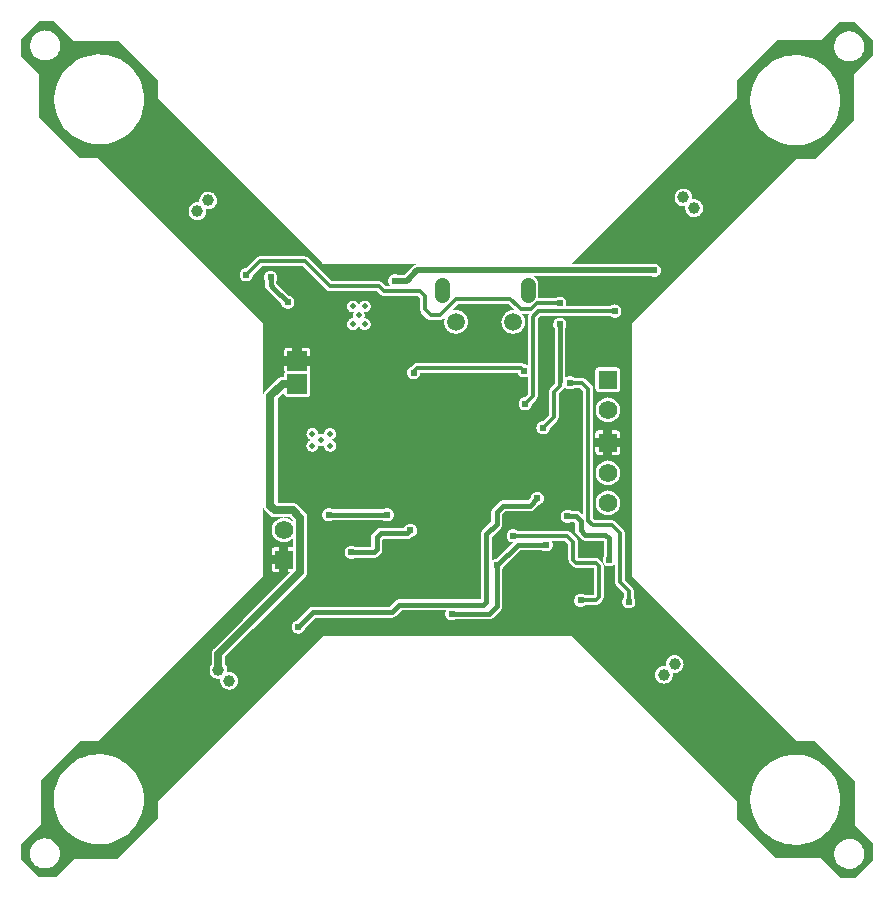
<source format=gbl>
G04 ---------------------------- Layer name :BOTTOM LAYER*
G04 EasyEDA v5.5.12, Thu, 07 Jun 2018 12:22:22 GMT*
G04 57f62d747bd94b0b94c3b91961ed7a1b*
G04 Gerber Generator version 0.2*
G04 Scale: 100 percent, Rotated: No, Reflected: No *
G04 Dimensions in inches *
G04 leading zeros omitted , absolute positions ,2 integer and 4 decimal *
%FSLAX24Y24*%
%MOIN*%
G90*
G70D02*

%ADD11C,0.015000*%
%ADD12C,0.012000*%
%ADD13C,0.018000*%
%ADD14C,0.016000*%
%ADD15C,0.028000*%
%ADD17C,0.020000*%
%ADD18C,0.025000*%
%ADD22C,0.019700*%
%ADD23C,0.024400*%
%ADD43R,0.062000X0.062000*%
%ADD44C,0.062000*%
%ADD45C,0.039370*%
%ADD46R,0.066000X0.066000*%
%ADD47C,0.059055*%
%ADD48C,0.051181*%

%LPD*%
G36*
G01X27300Y0D02*
G01X26650Y650D01*
G01X25150Y650D01*
G01X23850Y1950D01*
G01X23850Y2563D01*
G01X18350Y8063D01*
G01X10050Y8063D01*
G01X4550Y2563D01*
G01X4550Y1963D01*
G01X3200Y613D01*
G01X1750Y613D01*
G01X1150Y13D01*
G01X600Y13D01*
G01X0Y613D01*
G01X0Y1113D01*
G01X650Y1763D01*
G01X650Y3263D01*
G01X1950Y4563D01*
G01X2550Y4563D01*
G01X8050Y10063D01*
G01X8050Y18480D01*
G01X3248Y23282D01*
G01X2536Y23994D01*
G01X1950Y23994D01*
G01X600Y25344D01*
G01X600Y26794D01*
G01X0Y27394D01*
G01X0Y27944D01*
G01X600Y28544D01*
G01X1100Y28544D01*
G01X1750Y27894D01*
G01X3250Y27894D01*
G01X4550Y26594D01*
G01X4550Y25980D01*
G01X10050Y20463D01*
G01X18335Y20463D01*
G01X23138Y25265D01*
G01X23850Y25978D01*
G01X23850Y26563D01*
G01X25200Y27913D01*
G01X26650Y27913D01*
G01X27250Y28513D01*
G01X27800Y28513D01*
G01X28400Y27913D01*
G01X28400Y27413D01*
G01X27750Y26763D01*
G01X27750Y25263D01*
G01X26450Y23963D01*
G01X25835Y23963D01*
G01X20350Y18484D01*
G01X20350Y10063D01*
G01X25151Y5261D01*
G01X25864Y4550D01*
G01X26450Y4550D01*
G01X27800Y3200D01*
G01X27800Y1750D01*
G01X28400Y1150D01*
G01X28400Y600D01*
G01X27800Y0D01*
G01X27300Y0D01*
G37*

%LPC*%
G36*
G01X787Y27238D02*
G01X837Y27239D01*
G01X886Y27245D01*
G01X935Y27256D01*
G01X982Y27272D01*
G01X1028Y27293D01*
G01X1071Y27317D01*
G01X1111Y27347D01*
G01X1149Y27380D01*
G01X1183Y27416D01*
G01X1213Y27456D01*
G01X1239Y27498D01*
G01X1260Y27543D01*
G01X1277Y27590D01*
G01X1290Y27638D01*
G01X1297Y27688D01*
G01X1300Y27738D01*
G01X1297Y27787D01*
G01X1290Y27837D01*
G01X1277Y27885D01*
G01X1260Y27932D01*
G01X1239Y27977D01*
G01X1213Y28019D01*
G01X1183Y28059D01*
G01X1149Y28095D01*
G01X1111Y28128D01*
G01X1071Y28158D01*
G01X1028Y28182D01*
G01X982Y28203D01*
G01X935Y28219D01*
G01X886Y28230D01*
G01X837Y28236D01*
G01X787Y28237D01*
G01X737Y28234D01*
G01X688Y28225D01*
G01X640Y28211D01*
G01X594Y28193D01*
G01X550Y28171D01*
G01X508Y28143D01*
G01X469Y28112D01*
G01X433Y28078D01*
G01X401Y28039D01*
G01X373Y27998D01*
G01X349Y27954D01*
G01X330Y27909D01*
G01X315Y27861D01*
G01X305Y27812D01*
G01X300Y27762D01*
G01X300Y27713D01*
G01X305Y27663D01*
G01X315Y27614D01*
G01X330Y27566D01*
G01X349Y27521D01*
G01X373Y27477D01*
G01X401Y27436D01*
G01X433Y27397D01*
G01X469Y27363D01*
G01X508Y27332D01*
G01X550Y27304D01*
G01X594Y27282D01*
G01X640Y27264D01*
G01X688Y27250D01*
G01X737Y27241D01*
G01X787Y27238D01*
G37*
G36*
G01X27587Y294D02*
G01X27637Y295D01*
G01X27686Y301D01*
G01X27735Y312D01*
G01X27782Y328D01*
G01X27828Y349D01*
G01X27871Y373D01*
G01X27911Y403D01*
G01X27949Y436D01*
G01X27983Y472D01*
G01X28013Y512D01*
G01X28039Y554D01*
G01X28060Y599D01*
G01X28077Y646D01*
G01X28090Y694D01*
G01X28097Y744D01*
G01X28100Y794D01*
G01X28097Y843D01*
G01X28090Y893D01*
G01X28077Y941D01*
G01X28060Y988D01*
G01X28039Y1033D01*
G01X28013Y1075D01*
G01X27983Y1115D01*
G01X27949Y1151D01*
G01X27911Y1184D01*
G01X27871Y1214D01*
G01X27828Y1238D01*
G01X27782Y1259D01*
G01X27735Y1275D01*
G01X27686Y1286D01*
G01X27637Y1292D01*
G01X27587Y1293D01*
G01X27537Y1290D01*
G01X27488Y1281D01*
G01X27440Y1267D01*
G01X27394Y1249D01*
G01X27350Y1227D01*
G01X27308Y1199D01*
G01X27269Y1168D01*
G01X27233Y1134D01*
G01X27201Y1095D01*
G01X27173Y1054D01*
G01X27149Y1010D01*
G01X27130Y965D01*
G01X27115Y917D01*
G01X27105Y868D01*
G01X27100Y818D01*
G01X27100Y769D01*
G01X27105Y719D01*
G01X27115Y670D01*
G01X27130Y622D01*
G01X27149Y577D01*
G01X27173Y533D01*
G01X27201Y492D01*
G01X27233Y453D01*
G01X27269Y419D01*
G01X27308Y388D01*
G01X27350Y360D01*
G01X27394Y338D01*
G01X27440Y320D01*
G01X27488Y306D01*
G01X27537Y297D01*
G01X27587Y294D01*
G37*
G36*
G01X773Y308D02*
G01X823Y309D01*
G01X872Y315D01*
G01X921Y326D01*
G01X968Y342D01*
G01X1014Y363D01*
G01X1057Y387D01*
G01X1097Y417D01*
G01X1135Y450D01*
G01X1169Y486D01*
G01X1199Y526D01*
G01X1225Y568D01*
G01X1246Y613D01*
G01X1263Y660D01*
G01X1276Y708D01*
G01X1283Y758D01*
G01X1286Y807D01*
G01X1283Y857D01*
G01X1276Y907D01*
G01X1263Y955D01*
G01X1246Y1002D01*
G01X1225Y1047D01*
G01X1199Y1089D01*
G01X1169Y1129D01*
G01X1135Y1165D01*
G01X1097Y1198D01*
G01X1057Y1228D01*
G01X1014Y1252D01*
G01X968Y1273D01*
G01X921Y1289D01*
G01X872Y1300D01*
G01X823Y1306D01*
G01X773Y1307D01*
G01X723Y1304D01*
G01X674Y1295D01*
G01X626Y1281D01*
G01X580Y1263D01*
G01X536Y1241D01*
G01X494Y1213D01*
G01X455Y1182D01*
G01X419Y1148D01*
G01X387Y1109D01*
G01X359Y1068D01*
G01X335Y1024D01*
G01X316Y979D01*
G01X301Y931D01*
G01X291Y882D01*
G01X286Y832D01*
G01X286Y783D01*
G01X291Y733D01*
G01X301Y684D01*
G01X316Y636D01*
G01X335Y591D01*
G01X359Y547D01*
G01X387Y506D01*
G01X419Y467D01*
G01X455Y433D01*
G01X494Y402D01*
G01X536Y374D01*
G01X580Y352D01*
G01X626Y334D01*
G01X674Y320D01*
G01X723Y311D01*
G01X773Y308D01*
G37*
G36*
G01X25762Y1094D02*
G01X25912Y1098D01*
G01X26060Y1116D01*
G01X26206Y1150D01*
G01X26348Y1197D01*
G01X26484Y1259D01*
G01X26613Y1333D01*
G01X26735Y1421D01*
G01X26847Y1520D01*
G01X26949Y1629D01*
G01X27039Y1749D01*
G01X27117Y1876D01*
G01X27182Y2011D01*
G01X27233Y2151D01*
G01X27270Y2296D01*
G01X27292Y2444D01*
G01X27300Y2594D01*
G01X27292Y2743D01*
G01X27270Y2891D01*
G01X27233Y3036D01*
G01X27182Y3176D01*
G01X27117Y3311D01*
G01X27039Y3438D01*
G01X26949Y3558D01*
G01X26847Y3667D01*
G01X26735Y3766D01*
G01X26613Y3854D01*
G01X26484Y3928D01*
G01X26348Y3990D01*
G01X26206Y4037D01*
G01X26060Y4071D01*
G01X25912Y4089D01*
G01X25762Y4093D01*
G01X25613Y4082D01*
G01X25466Y4056D01*
G01X25322Y4015D01*
G01X25183Y3961D01*
G01X25050Y3893D01*
G01X24924Y3811D01*
G01X24807Y3718D01*
G01X24700Y3614D01*
G01X24604Y3499D01*
G01X24520Y3376D01*
G01X24448Y3244D01*
G01X24390Y3107D01*
G01X24346Y2964D01*
G01X24316Y2817D01*
G01X24301Y2668D01*
G01X24301Y2519D01*
G01X24316Y2370D01*
G01X24346Y2223D01*
G01X24390Y2080D01*
G01X24448Y1943D01*
G01X24520Y1811D01*
G01X24604Y1688D01*
G01X24700Y1573D01*
G01X24807Y1469D01*
G01X24924Y1376D01*
G01X25050Y1294D01*
G01X25183Y1226D01*
G01X25322Y1172D01*
G01X25466Y1131D01*
G01X25613Y1105D01*
G01X25762Y1094D01*
G37*
G36*
G01X2548Y1108D02*
G01X2698Y1112D01*
G01X2846Y1130D01*
G01X2992Y1164D01*
G01X3134Y1211D01*
G01X3270Y1273D01*
G01X3399Y1347D01*
G01X3521Y1435D01*
G01X3633Y1534D01*
G01X3735Y1643D01*
G01X3825Y1763D01*
G01X3903Y1890D01*
G01X3968Y2025D01*
G01X4019Y2165D01*
G01X4056Y2310D01*
G01X4078Y2458D01*
G01X4086Y2607D01*
G01X4078Y2757D01*
G01X4056Y2905D01*
G01X4019Y3050D01*
G01X3968Y3190D01*
G01X3903Y3325D01*
G01X3825Y3452D01*
G01X3735Y3572D01*
G01X3633Y3681D01*
G01X3521Y3780D01*
G01X3399Y3868D01*
G01X3270Y3942D01*
G01X3134Y4004D01*
G01X2992Y4051D01*
G01X2846Y4085D01*
G01X2698Y4103D01*
G01X2548Y4107D01*
G01X2399Y4096D01*
G01X2252Y4070D01*
G01X2108Y4029D01*
G01X1969Y3975D01*
G01X1836Y3907D01*
G01X1710Y3825D01*
G01X1593Y3732D01*
G01X1486Y3628D01*
G01X1390Y3513D01*
G01X1306Y3390D01*
G01X1234Y3258D01*
G01X1176Y3121D01*
G01X1132Y2978D01*
G01X1102Y2831D01*
G01X1087Y2682D01*
G01X1087Y2533D01*
G01X1102Y2384D01*
G01X1132Y2237D01*
G01X1176Y2094D01*
G01X1234Y1957D01*
G01X1306Y1825D01*
G01X1390Y1702D01*
G01X1486Y1587D01*
G01X1593Y1483D01*
G01X1710Y1390D01*
G01X1836Y1308D01*
G01X1969Y1240D01*
G01X2108Y1186D01*
G01X2252Y1145D01*
G01X2399Y1119D01*
G01X2548Y1108D01*
G37*
G36*
G01X6920Y6269D02*
G01X6950Y6269D01*
G01X6979Y6273D01*
G01X7008Y6280D01*
G01X7036Y6289D01*
G01X7063Y6301D01*
G01X7089Y6316D01*
G01X7113Y6333D01*
G01X7135Y6353D01*
G01X7155Y6375D01*
G01X7173Y6398D01*
G01X7188Y6424D01*
G01X7201Y6450D01*
G01X7211Y6478D01*
G01X7218Y6507D01*
G01X7223Y6536D01*
G01X7224Y6565D01*
G01X7223Y6595D01*
G01X7218Y6624D01*
G01X7211Y6653D01*
G01X7201Y6681D01*
G01X7188Y6707D01*
G01X7173Y6733D01*
G01X7155Y6756D01*
G01X7135Y6778D01*
G01X7113Y6798D01*
G01X7089Y6815D01*
G01X7063Y6830D01*
G01X7036Y6842D01*
G01X7008Y6851D01*
G01X6979Y6858D01*
G01X6950Y6862D01*
G01X6920Y6862D01*
G01X6891Y6860D01*
G01X6861Y6855D01*
G01X6860Y6855D01*
G01X6862Y6863D01*
G01X6867Y6892D01*
G01X6868Y6922D01*
G01X6867Y6951D01*
G01X6862Y6980D01*
G01X6855Y7009D01*
G01X6845Y7037D01*
G01X6832Y7063D01*
G01X6817Y7089D01*
G01X6799Y7112D01*
G01X6796Y7115D01*
G01X6796Y7372D01*
G01X7700Y8275D01*
G01X7701Y8276D01*
G01X7712Y8281D01*
G01X7722Y8287D01*
G01X7732Y8294D01*
G01X7742Y8300D01*
G01X7751Y8308D01*
G01X7761Y8316D01*
G01X7769Y8324D01*
G01X9469Y10024D01*
G01X9474Y10028D01*
G01X9478Y10033D01*
G01X9482Y10038D01*
G01X9487Y10043D01*
G01X9491Y10048D01*
G01X9494Y10053D01*
G01X9498Y10059D01*
G01X9502Y10064D01*
G01X9505Y10070D01*
G01X9508Y10075D01*
G01X9512Y10081D01*
G01X9515Y10087D01*
G01X9517Y10093D01*
G01X9520Y10099D01*
G01X9522Y10105D01*
G01X9525Y10111D01*
G01X9527Y10117D01*
G01X9529Y10123D01*
G01X9531Y10129D01*
G01X9532Y10136D01*
G01X9534Y10142D01*
G01X9535Y10148D01*
G01X9536Y10155D01*
G01X9537Y10161D01*
G01X9538Y10168D01*
G01X9539Y10174D01*
G01X9539Y10181D01*
G01X9539Y10187D01*
G01X9539Y10194D01*
G01X9539Y11994D01*
G01X9539Y12000D01*
G01X9539Y12006D01*
G01X9539Y12013D01*
G01X9538Y12019D01*
G01X9537Y12026D01*
G01X9536Y12032D01*
G01X9535Y12039D01*
G01X9534Y12045D01*
G01X9532Y12051D01*
G01X9531Y12058D01*
G01X9529Y12064D01*
G01X9527Y12070D01*
G01X9525Y12076D01*
G01X9522Y12082D01*
G01X9520Y12088D01*
G01X9517Y12094D01*
G01X9515Y12100D01*
G01X9512Y12106D01*
G01X9508Y12112D01*
G01X9505Y12117D01*
G01X9502Y12123D01*
G01X9498Y12128D01*
G01X9494Y12134D01*
G01X9491Y12139D01*
G01X9487Y12144D01*
G01X9482Y12149D01*
G01X9478Y12154D01*
G01X9474Y12159D01*
G01X9469Y12163D01*
G01X9219Y12413D01*
G01X9215Y12418D01*
G01X9210Y12422D01*
G01X9205Y12426D01*
G01X9200Y12431D01*
G01X9195Y12435D01*
G01X9190Y12438D01*
G01X9184Y12442D01*
G01X9179Y12446D01*
G01X9173Y12449D01*
G01X9168Y12452D01*
G01X9162Y12456D01*
G01X9156Y12459D01*
G01X9150Y12461D01*
G01X9144Y12464D01*
G01X9138Y12466D01*
G01X9132Y12469D01*
G01X9126Y12471D01*
G01X9120Y12473D01*
G01X9114Y12475D01*
G01X9107Y12476D01*
G01X9101Y12478D01*
G01X9095Y12479D01*
G01X9088Y12480D01*
G01X9082Y12481D01*
G01X9075Y12482D01*
G01X9069Y12483D01*
G01X9062Y12483D01*
G01X9056Y12483D01*
G01X9050Y12484D01*
G01X8549Y12484D01*
G01X8540Y12493D01*
G01X8540Y15944D01*
G01X8769Y16174D01*
G01X8769Y16124D01*
G01X8770Y16119D01*
G01X8770Y16115D01*
G01X8770Y16111D01*
G01X8771Y16107D01*
G01X8772Y16103D01*
G01X8773Y16099D01*
G01X8774Y16095D01*
G01X8775Y16091D01*
G01X8776Y16087D01*
G01X8778Y16083D01*
G01X8780Y16080D01*
G01X8782Y16076D01*
G01X8784Y16072D01*
G01X8786Y16069D01*
G01X8788Y16065D01*
G01X8791Y16062D01*
G01X8793Y16059D01*
G01X8796Y16056D01*
G01X8799Y16053D01*
G01X8802Y16050D01*
G01X8805Y16047D01*
G01X8808Y16045D01*
G01X8811Y16042D01*
G01X8815Y16040D01*
G01X8818Y16038D01*
G01X8822Y16036D01*
G01X8826Y16034D01*
G01X8829Y16032D01*
G01X8833Y16030D01*
G01X8837Y16029D01*
G01X8841Y16028D01*
G01X8845Y16027D01*
G01X8849Y16026D01*
G01X8853Y16025D01*
G01X8857Y16024D01*
G01X8861Y16024D01*
G01X8865Y16024D01*
G01X8869Y16024D01*
G01X9530Y16024D01*
G01X9534Y16024D01*
G01X9538Y16024D01*
G01X9542Y16024D01*
G01X9546Y16025D01*
G01X9550Y16026D01*
G01X9554Y16027D01*
G01X9558Y16028D01*
G01X9562Y16029D01*
G01X9566Y16030D01*
G01X9570Y16032D01*
G01X9573Y16034D01*
G01X9577Y16036D01*
G01X9581Y16038D01*
G01X9584Y16040D01*
G01X9588Y16042D01*
G01X9591Y16045D01*
G01X9594Y16047D01*
G01X9597Y16050D01*
G01X9600Y16053D01*
G01X9603Y16056D01*
G01X9606Y16059D01*
G01X9608Y16062D01*
G01X9611Y16065D01*
G01X9613Y16069D01*
G01X9615Y16072D01*
G01X9617Y16076D01*
G01X9619Y16080D01*
G01X9621Y16083D01*
G01X9623Y16087D01*
G01X9624Y16091D01*
G01X9625Y16095D01*
G01X9626Y16099D01*
G01X9627Y16103D01*
G01X9628Y16107D01*
G01X9629Y16111D01*
G01X9629Y16115D01*
G01X9629Y16119D01*
G01X9630Y16124D01*
G01X9630Y16784D01*
G01X9629Y16788D01*
G01X9629Y16792D01*
G01X9629Y16796D01*
G01X9628Y16800D01*
G01X9627Y16804D01*
G01X9626Y16808D01*
G01X9625Y16812D01*
G01X9624Y16816D01*
G01X9623Y16820D01*
G01X9621Y16824D01*
G01X9619Y16827D01*
G01X9617Y16831D01*
G01X9615Y16835D01*
G01X9613Y16838D01*
G01X9611Y16842D01*
G01X9609Y16844D01*
G01X9611Y16845D01*
G01X9613Y16849D01*
G01X9615Y16852D01*
G01X9617Y16856D01*
G01X9619Y16860D01*
G01X9621Y16863D01*
G01X9623Y16867D01*
G01X9624Y16871D01*
G01X9625Y16875D01*
G01X9626Y16879D01*
G01X9627Y16883D01*
G01X9628Y16887D01*
G01X9629Y16891D01*
G01X9629Y16895D01*
G01X9629Y16899D01*
G01X9630Y16903D01*
G01X9630Y17069D01*
G01X9365Y17069D01*
G01X9365Y16884D01*
G01X9034Y16884D01*
G01X9034Y17069D01*
G01X8769Y17069D01*
G01X8769Y16903D01*
G01X8770Y16899D01*
G01X8770Y16895D01*
G01X8770Y16891D01*
G01X8771Y16887D01*
G01X8772Y16883D01*
G01X8773Y16879D01*
G01X8774Y16875D01*
G01X8775Y16871D01*
G01X8776Y16867D01*
G01X8778Y16863D01*
G01X8780Y16860D01*
G01X8782Y16856D01*
G01X8784Y16852D01*
G01X8786Y16849D01*
G01X8788Y16845D01*
G01X8790Y16844D01*
G01X8788Y16842D01*
G01X8786Y16838D01*
G01X8784Y16835D01*
G01X8782Y16831D01*
G01X8780Y16827D01*
G01X8778Y16824D01*
G01X8776Y16820D01*
G01X8775Y16816D01*
G01X8774Y16812D01*
G01X8773Y16808D01*
G01X8772Y16804D01*
G01X8771Y16800D01*
G01X8770Y16796D01*
G01X8770Y16792D01*
G01X8770Y16788D01*
G01X8769Y16784D01*
G01X8769Y16694D01*
G01X8709Y16694D01*
G01X8703Y16693D01*
G01X8697Y16693D01*
G01X8690Y16693D01*
G01X8684Y16692D01*
G01X8677Y16691D01*
G01X8671Y16690D01*
G01X8664Y16689D01*
G01X8658Y16688D01*
G01X8652Y16686D01*
G01X8645Y16685D01*
G01X8639Y16683D01*
G01X8633Y16681D01*
G01X8627Y16679D01*
G01X8621Y16676D01*
G01X8615Y16674D01*
G01X8609Y16671D01*
G01X8603Y16669D01*
G01X8597Y16666D01*
G01X8591Y16662D01*
G01X8586Y16659D01*
G01X8580Y16656D01*
G01X8575Y16652D01*
G01X8569Y16648D01*
G01X8564Y16645D01*
G01X8559Y16641D01*
G01X8554Y16636D01*
G01X8549Y16632D01*
G01X8544Y16628D01*
G01X8540Y16623D01*
G01X8130Y16213D01*
G01X8125Y16209D01*
G01X8121Y16204D01*
G01X8117Y16199D01*
G01X8112Y16194D01*
G01X8108Y16189D01*
G01X8105Y16184D01*
G01X8101Y16178D01*
G01X8097Y16173D01*
G01X8094Y16167D01*
G01X8091Y16162D01*
G01X8087Y16156D01*
G01X8084Y16150D01*
G01X8082Y16144D01*
G01X8079Y16138D01*
G01X8077Y16132D01*
G01X8074Y16126D01*
G01X8072Y16120D01*
G01X8070Y16114D01*
G01X8068Y16108D01*
G01X8067Y16101D01*
G01X8065Y16095D01*
G01X8064Y16089D01*
G01X8063Y16082D01*
G01X8062Y16076D01*
G01X8061Y16069D01*
G01X8060Y16063D01*
G01X8060Y16056D01*
G01X8060Y16050D01*
G01X8059Y16044D01*
G01X8059Y12394D01*
G01X8060Y12387D01*
G01X8060Y12381D01*
G01X8060Y12374D01*
G01X8061Y12368D01*
G01X8062Y12361D01*
G01X8063Y12355D01*
G01X8064Y12348D01*
G01X8065Y12342D01*
G01X8067Y12336D01*
G01X8068Y12329D01*
G01X8070Y12323D01*
G01X8072Y12317D01*
G01X8074Y12311D01*
G01X8077Y12305D01*
G01X8079Y12299D01*
G01X8082Y12293D01*
G01X8084Y12287D01*
G01X8087Y12281D01*
G01X8091Y12275D01*
G01X8094Y12270D01*
G01X8097Y12264D01*
G01X8101Y12259D01*
G01X8105Y12253D01*
G01X8108Y12248D01*
G01X8112Y12243D01*
G01X8117Y12238D01*
G01X8121Y12233D01*
G01X8125Y12228D01*
G01X8130Y12224D01*
G01X8280Y12074D01*
G01X8284Y12069D01*
G01X8289Y12065D01*
G01X8294Y12061D01*
G01X8299Y12056D01*
G01X8304Y12052D01*
G01X8309Y12049D01*
G01X8315Y12045D01*
G01X8320Y12041D01*
G01X8326Y12038D01*
G01X8331Y12035D01*
G01X8337Y12031D01*
G01X8343Y12028D01*
G01X8349Y12026D01*
G01X8355Y12023D01*
G01X8361Y12021D01*
G01X8367Y12018D01*
G01X8373Y12016D01*
G01X8379Y12014D01*
G01X8385Y12012D01*
G01X8392Y12011D01*
G01X8398Y12009D01*
G01X8404Y12008D01*
G01X8411Y12007D01*
G01X8417Y12006D01*
G01X8424Y12005D01*
G01X8430Y12004D01*
G01X8437Y12004D01*
G01X8443Y12004D01*
G01X8450Y12003D01*
G01X8950Y12003D01*
G01X9059Y11894D01*
G01X9059Y11861D01*
G01X9036Y11887D01*
G01X9005Y11914D01*
G01X8972Y11938D01*
G01X8937Y11958D01*
G01X8899Y11975D01*
G01X8861Y11988D01*
G01X8821Y11997D01*
G01X8780Y12002D01*
G01X8739Y12003D01*
G01X8699Y12000D01*
G01X8658Y11993D01*
G01X8619Y11982D01*
G01X8581Y11967D01*
G01X8544Y11949D01*
G01X8510Y11926D01*
G01X8478Y11901D01*
G01X8449Y11872D01*
G01X8423Y11841D01*
G01X8400Y11807D01*
G01X8380Y11771D01*
G01X8364Y11734D01*
G01X8352Y11695D01*
G01X8344Y11655D01*
G01X8340Y11614D01*
G01X8340Y11573D01*
G01X8344Y11532D01*
G01X8352Y11492D01*
G01X8364Y11453D01*
G01X8380Y11416D01*
G01X8400Y11380D01*
G01X8423Y11346D01*
G01X8449Y11315D01*
G01X8478Y11286D01*
G01X8510Y11261D01*
G01X8544Y11238D01*
G01X8581Y11220D01*
G01X8619Y11205D01*
G01X8658Y11194D01*
G01X8699Y11187D01*
G01X8739Y11184D01*
G01X8780Y11185D01*
G01X8821Y11190D01*
G01X8861Y11199D01*
G01X8899Y11212D01*
G01X8937Y11229D01*
G01X8972Y11249D01*
G01X9005Y11273D01*
G01X9036Y11300D01*
G01X9059Y11326D01*
G01X9059Y11003D01*
G01X8905Y11003D01*
G01X8905Y10749D01*
G01X9059Y10749D01*
G01X9059Y10438D01*
G01X8905Y10438D01*
G01X8905Y10184D01*
G01X8950Y10184D01*
G01X7430Y8663D01*
G01X7422Y8655D01*
G01X7414Y8645D01*
G01X7406Y8636D01*
G01X7400Y8626D01*
G01X7393Y8616D01*
G01X7387Y8606D01*
G01X7382Y8595D01*
G01X7381Y8594D01*
G01X6412Y7625D01*
G01X6408Y7620D01*
G01X6404Y7615D01*
G01X6400Y7611D01*
G01X6396Y7606D01*
G01X6392Y7601D01*
G01X6388Y7596D01*
G01X6384Y7590D01*
G01X6381Y7585D01*
G01X6378Y7580D01*
G01X6375Y7574D01*
G01X6372Y7569D01*
G01X6369Y7563D01*
G01X6366Y7557D01*
G01X6364Y7552D01*
G01X6361Y7546D01*
G01X6359Y7540D01*
G01X6357Y7534D01*
G01X6355Y7528D01*
G01X6354Y7522D01*
G01X6352Y7516D01*
G01X6351Y7509D01*
G01X6350Y7503D01*
G01X6349Y7497D01*
G01X6348Y7491D01*
G01X6347Y7484D01*
G01X6347Y7478D01*
G01X6347Y7472D01*
G01X6346Y7465D01*
G01X6346Y7115D01*
G01X6335Y7101D01*
G01X6318Y7076D01*
G01X6304Y7050D01*
G01X6293Y7023D01*
G01X6284Y6995D01*
G01X6278Y6966D01*
G01X6275Y6936D01*
G01X6275Y6907D01*
G01X6278Y6877D01*
G01X6284Y6848D01*
G01X6293Y6820D01*
G01X6304Y6793D01*
G01X6318Y6767D01*
G01X6335Y6742D01*
G01X6354Y6720D01*
G01X6375Y6699D01*
G01X6398Y6680D01*
G01X6423Y6664D01*
G01X6449Y6651D01*
G01X6477Y6640D01*
G01X6505Y6632D01*
G01X6535Y6627D01*
G01X6564Y6625D01*
G01X6594Y6625D01*
G01X6623Y6629D01*
G01X6639Y6633D01*
G01X6634Y6610D01*
G01X6631Y6580D01*
G01X6631Y6551D01*
G01X6634Y6521D01*
G01X6640Y6492D01*
G01X6649Y6464D01*
G01X6660Y6437D01*
G01X6674Y6411D01*
G01X6691Y6386D01*
G01X6710Y6364D01*
G01X6731Y6343D01*
G01X6754Y6324D01*
G01X6779Y6308D01*
G01X6805Y6295D01*
G01X6833Y6284D01*
G01X6861Y6276D01*
G01X6891Y6271D01*
G01X6920Y6269D01*
G37*
G36*
G01X21414Y6469D02*
G01X21444Y6469D01*
G01X21473Y6473D01*
G01X21502Y6480D01*
G01X21530Y6489D01*
G01X21557Y6501D01*
G01X21583Y6516D01*
G01X21607Y6533D01*
G01X21629Y6553D01*
G01X21649Y6575D01*
G01X21667Y6598D01*
G01X21682Y6624D01*
G01X21695Y6650D01*
G01X21705Y6678D01*
G01X21712Y6707D01*
G01X21717Y6736D01*
G01X21718Y6765D01*
G01X21717Y6795D01*
G01X21712Y6824D01*
G01X21710Y6832D01*
G01X21711Y6832D01*
G01X21741Y6827D01*
G01X21770Y6825D01*
G01X21800Y6825D01*
G01X21829Y6829D01*
G01X21858Y6836D01*
G01X21886Y6845D01*
G01X21913Y6857D01*
G01X21939Y6872D01*
G01X21963Y6889D01*
G01X21985Y6909D01*
G01X22005Y6931D01*
G01X22023Y6954D01*
G01X22038Y6980D01*
G01X22051Y7006D01*
G01X22061Y7034D01*
G01X22068Y7063D01*
G01X22073Y7092D01*
G01X22074Y7122D01*
G01X22073Y7151D01*
G01X22068Y7180D01*
G01X22061Y7209D01*
G01X22051Y7237D01*
G01X22038Y7263D01*
G01X22023Y7289D01*
G01X22005Y7312D01*
G01X21985Y7334D01*
G01X21963Y7354D01*
G01X21939Y7371D01*
G01X21913Y7386D01*
G01X21886Y7398D01*
G01X21858Y7407D01*
G01X21829Y7414D01*
G01X21800Y7418D01*
G01X21770Y7418D01*
G01X21741Y7416D01*
G01X21711Y7411D01*
G01X21683Y7403D01*
G01X21655Y7392D01*
G01X21629Y7379D01*
G01X21604Y7363D01*
G01X21581Y7344D01*
G01X21560Y7323D01*
G01X21541Y7301D01*
G01X21524Y7276D01*
G01X21510Y7250D01*
G01X21499Y7223D01*
G01X21490Y7195D01*
G01X21484Y7166D01*
G01X21481Y7136D01*
G01X21481Y7107D01*
G01X21484Y7077D01*
G01X21489Y7054D01*
G01X21473Y7058D01*
G01X21444Y7062D01*
G01X21414Y7062D01*
G01X21385Y7060D01*
G01X21355Y7055D01*
G01X21327Y7047D01*
G01X21299Y7036D01*
G01X21273Y7023D01*
G01X21248Y7007D01*
G01X21225Y6988D01*
G01X21204Y6967D01*
G01X21185Y6945D01*
G01X21168Y6920D01*
G01X21154Y6894D01*
G01X21143Y6867D01*
G01X21134Y6839D01*
G01X21128Y6810D01*
G01X21125Y6780D01*
G01X21125Y6751D01*
G01X21128Y6721D01*
G01X21134Y6692D01*
G01X21143Y6664D01*
G01X21154Y6637D01*
G01X21168Y6611D01*
G01X21185Y6586D01*
G01X21204Y6564D01*
G01X21225Y6543D01*
G01X21248Y6524D01*
G01X21273Y6508D01*
G01X21299Y6495D01*
G01X21327Y6484D01*
G01X21355Y6476D01*
G01X21385Y6471D01*
G01X21414Y6469D01*
G37*
G36*
G01X27587Y27208D02*
G01X27637Y27209D01*
G01X27686Y27215D01*
G01X27735Y27226D01*
G01X27782Y27242D01*
G01X27828Y27263D01*
G01X27871Y27287D01*
G01X27911Y27317D01*
G01X27949Y27350D01*
G01X27983Y27386D01*
G01X28013Y27426D01*
G01X28039Y27468D01*
G01X28060Y27513D01*
G01X28077Y27560D01*
G01X28090Y27608D01*
G01X28097Y27658D01*
G01X28100Y27707D01*
G01X28097Y27757D01*
G01X28090Y27807D01*
G01X28077Y27855D01*
G01X28060Y27902D01*
G01X28039Y27947D01*
G01X28013Y27989D01*
G01X27983Y28029D01*
G01X27949Y28065D01*
G01X27911Y28098D01*
G01X27871Y28128D01*
G01X27828Y28152D01*
G01X27782Y28173D01*
G01X27735Y28189D01*
G01X27686Y28200D01*
G01X27637Y28206D01*
G01X27587Y28207D01*
G01X27537Y28204D01*
G01X27488Y28195D01*
G01X27440Y28181D01*
G01X27394Y28163D01*
G01X27350Y28141D01*
G01X27308Y28113D01*
G01X27269Y28082D01*
G01X27233Y28048D01*
G01X27201Y28009D01*
G01X27173Y27968D01*
G01X27149Y27924D01*
G01X27130Y27879D01*
G01X27115Y27831D01*
G01X27105Y27782D01*
G01X27100Y27732D01*
G01X27100Y27683D01*
G01X27105Y27633D01*
G01X27115Y27584D01*
G01X27130Y27536D01*
G01X27149Y27491D01*
G01X27173Y27447D01*
G01X27201Y27406D01*
G01X27233Y27367D01*
G01X27269Y27333D01*
G01X27308Y27302D01*
G01X27350Y27274D01*
G01X27394Y27252D01*
G01X27440Y27234D01*
G01X27488Y27220D01*
G01X27537Y27211D01*
G01X27587Y27208D01*
G37*
G36*
G01X2562Y24438D02*
G01X2712Y24442D01*
G01X2860Y24460D01*
G01X3006Y24494D01*
G01X3148Y24541D01*
G01X3284Y24603D01*
G01X3413Y24677D01*
G01X3535Y24765D01*
G01X3647Y24864D01*
G01X3749Y24973D01*
G01X3839Y25093D01*
G01X3917Y25220D01*
G01X3982Y25355D01*
G01X4033Y25495D01*
G01X4070Y25640D01*
G01X4092Y25788D01*
G01X4100Y25938D01*
G01X4092Y26087D01*
G01X4070Y26235D01*
G01X4033Y26380D01*
G01X3982Y26520D01*
G01X3917Y26655D01*
G01X3839Y26782D01*
G01X3749Y26902D01*
G01X3647Y27011D01*
G01X3535Y27110D01*
G01X3413Y27198D01*
G01X3284Y27272D01*
G01X3148Y27334D01*
G01X3006Y27381D01*
G01X2860Y27415D01*
G01X2712Y27433D01*
G01X2562Y27437D01*
G01X2413Y27426D01*
G01X2266Y27400D01*
G01X2122Y27359D01*
G01X1983Y27305D01*
G01X1850Y27237D01*
G01X1724Y27155D01*
G01X1607Y27062D01*
G01X1500Y26958D01*
G01X1404Y26843D01*
G01X1320Y26720D01*
G01X1248Y26588D01*
G01X1190Y26451D01*
G01X1146Y26308D01*
G01X1116Y26161D01*
G01X1101Y26012D01*
G01X1101Y25863D01*
G01X1116Y25714D01*
G01X1146Y25567D01*
G01X1190Y25424D01*
G01X1248Y25287D01*
G01X1320Y25155D01*
G01X1404Y25032D01*
G01X1500Y24917D01*
G01X1607Y24813D01*
G01X1724Y24720D01*
G01X1850Y24638D01*
G01X1983Y24570D01*
G01X2122Y24516D01*
G01X2266Y24475D01*
G01X2413Y24449D01*
G01X2562Y24438D01*
G37*
G36*
G01X25762Y24408D02*
G01X25912Y24412D01*
G01X26060Y24430D01*
G01X26206Y24464D01*
G01X26348Y24511D01*
G01X26484Y24573D01*
G01X26613Y24647D01*
G01X26735Y24735D01*
G01X26847Y24834D01*
G01X26949Y24943D01*
G01X27039Y25063D01*
G01X27117Y25190D01*
G01X27182Y25325D01*
G01X27233Y25465D01*
G01X27270Y25610D01*
G01X27292Y25758D01*
G01X27300Y25907D01*
G01X27292Y26057D01*
G01X27270Y26205D01*
G01X27233Y26350D01*
G01X27182Y26490D01*
G01X27117Y26625D01*
G01X27039Y26752D01*
G01X26949Y26872D01*
G01X26847Y26981D01*
G01X26735Y27080D01*
G01X26613Y27168D01*
G01X26484Y27242D01*
G01X26348Y27304D01*
G01X26206Y27351D01*
G01X26060Y27385D01*
G01X25912Y27403D01*
G01X25762Y27407D01*
G01X25613Y27396D01*
G01X25466Y27370D01*
G01X25322Y27329D01*
G01X25183Y27275D01*
G01X25050Y27207D01*
G01X24924Y27125D01*
G01X24807Y27032D01*
G01X24700Y26928D01*
G01X24604Y26813D01*
G01X24520Y26690D01*
G01X24448Y26558D01*
G01X24390Y26421D01*
G01X24346Y26278D01*
G01X24316Y26131D01*
G01X24301Y25982D01*
G01X24301Y25833D01*
G01X24316Y25684D01*
G01X24346Y25537D01*
G01X24390Y25394D01*
G01X24448Y25257D01*
G01X24520Y25125D01*
G01X24604Y25002D01*
G01X24700Y24887D01*
G01X24807Y24783D01*
G01X24924Y24690D01*
G01X25050Y24608D01*
G01X25183Y24540D01*
G01X25322Y24486D01*
G01X25466Y24445D01*
G01X25613Y24419D01*
G01X25762Y24408D01*
G37*
G36*
G01X22420Y22019D02*
G01X22450Y22019D01*
G01X22479Y22023D01*
G01X22508Y22030D01*
G01X22536Y22039D01*
G01X22563Y22051D01*
G01X22589Y22066D01*
G01X22613Y22083D01*
G01X22635Y22103D01*
G01X22655Y22125D01*
G01X22673Y22148D01*
G01X22688Y22174D01*
G01X22701Y22200D01*
G01X22711Y22228D01*
G01X22718Y22257D01*
G01X22723Y22286D01*
G01X22724Y22315D01*
G01X22723Y22345D01*
G01X22718Y22374D01*
G01X22711Y22403D01*
G01X22701Y22431D01*
G01X22688Y22457D01*
G01X22673Y22483D01*
G01X22655Y22506D01*
G01X22635Y22528D01*
G01X22613Y22548D01*
G01X22589Y22565D01*
G01X22563Y22580D01*
G01X22536Y22592D01*
G01X22508Y22601D01*
G01X22479Y22608D01*
G01X22450Y22612D01*
G01X22420Y22612D01*
G01X22391Y22610D01*
G01X22361Y22605D01*
G01X22360Y22605D01*
G01X22362Y22613D01*
G01X22367Y22642D01*
G01X22368Y22672D01*
G01X22367Y22701D01*
G01X22362Y22730D01*
G01X22355Y22759D01*
G01X22345Y22787D01*
G01X22332Y22813D01*
G01X22317Y22839D01*
G01X22299Y22862D01*
G01X22279Y22884D01*
G01X22257Y22904D01*
G01X22233Y22921D01*
G01X22207Y22936D01*
G01X22180Y22948D01*
G01X22152Y22957D01*
G01X22123Y22964D01*
G01X22094Y22968D01*
G01X22064Y22968D01*
G01X22035Y22966D01*
G01X22005Y22961D01*
G01X21977Y22953D01*
G01X21949Y22942D01*
G01X21923Y22929D01*
G01X21898Y22913D01*
G01X21875Y22894D01*
G01X21854Y22873D01*
G01X21835Y22851D01*
G01X21818Y22826D01*
G01X21804Y22800D01*
G01X21793Y22773D01*
G01X21784Y22745D01*
G01X21778Y22716D01*
G01X21775Y22686D01*
G01X21775Y22657D01*
G01X21778Y22627D01*
G01X21784Y22598D01*
G01X21793Y22570D01*
G01X21804Y22543D01*
G01X21818Y22517D01*
G01X21835Y22492D01*
G01X21854Y22470D01*
G01X21875Y22449D01*
G01X21898Y22430D01*
G01X21923Y22414D01*
G01X21949Y22401D01*
G01X21977Y22390D01*
G01X22005Y22382D01*
G01X22035Y22377D01*
G01X22064Y22375D01*
G01X22094Y22375D01*
G01X22123Y22379D01*
G01X22139Y22383D01*
G01X22134Y22360D01*
G01X22131Y22330D01*
G01X22131Y22301D01*
G01X22134Y22271D01*
G01X22140Y22242D01*
G01X22149Y22214D01*
G01X22160Y22187D01*
G01X22174Y22161D01*
G01X22191Y22136D01*
G01X22210Y22114D01*
G01X22231Y22093D01*
G01X22254Y22074D01*
G01X22279Y22058D01*
G01X22305Y22045D01*
G01X22333Y22034D01*
G01X22361Y22026D01*
G01X22391Y22021D01*
G01X22420Y22019D01*
G37*
G36*
G01X9224Y8132D02*
G01X9246Y8132D01*
G01X9268Y8135D01*
G01X9290Y8140D01*
G01X9311Y8147D01*
G01X9331Y8156D01*
G01X9350Y8167D01*
G01X9368Y8180D01*
G01X9385Y8195D01*
G01X9400Y8211D01*
G01X9413Y8228D01*
G01X9424Y8247D01*
G01X9434Y8267D01*
G01X9442Y8288D01*
G01X9447Y8310D01*
G01X9448Y8318D01*
G01X9794Y8663D01*
G01X12350Y8663D01*
G01X12355Y8664D01*
G01X12361Y8664D01*
G01X12366Y8664D01*
G01X12372Y8665D01*
G01X12378Y8666D01*
G01X12383Y8667D01*
G01X12389Y8668D01*
G01X12394Y8669D01*
G01X12400Y8671D01*
G01X12405Y8672D01*
G01X12410Y8674D01*
G01X12416Y8676D01*
G01X12421Y8678D01*
G01X12426Y8681D01*
G01X12431Y8683D01*
G01X12436Y8686D01*
G01X12441Y8689D01*
G01X12446Y8692D01*
G01X12451Y8695D01*
G01X12455Y8698D01*
G01X12460Y8701D01*
G01X12464Y8705D01*
G01X12469Y8708D01*
G01X12473Y8712D01*
G01X12477Y8716D01*
G01X12674Y8913D01*
G01X14163Y8913D01*
G01X14160Y8909D01*
G01X14149Y8890D01*
G01X14141Y8869D01*
G01X14134Y8848D01*
G01X14130Y8827D01*
G01X14128Y8805D01*
G01X14128Y8782D01*
G01X14130Y8760D01*
G01X14134Y8739D01*
G01X14141Y8718D01*
G01X14149Y8697D01*
G01X14160Y8678D01*
G01X14173Y8659D01*
G01X14187Y8642D01*
G01X14203Y8627D01*
G01X14220Y8613D01*
G01X14239Y8601D01*
G01X14258Y8591D01*
G01X14279Y8583D01*
G01X14300Y8577D01*
G01X14322Y8573D01*
G01X14344Y8572D01*
G01X14366Y8572D01*
G01X14388Y8575D01*
G01X14410Y8580D01*
G01X14431Y8587D01*
G01X14451Y8596D01*
G01X14470Y8607D01*
G01X14479Y8613D01*
G01X15600Y8613D01*
G01X15605Y8614D01*
G01X15611Y8614D01*
G01X15616Y8614D01*
G01X15622Y8615D01*
G01X15628Y8616D01*
G01X15633Y8617D01*
G01X15639Y8618D01*
G01X15644Y8619D01*
G01X15650Y8621D01*
G01X15655Y8622D01*
G01X15660Y8624D01*
G01X15666Y8626D01*
G01X15671Y8628D01*
G01X15676Y8631D01*
G01X15681Y8633D01*
G01X15686Y8636D01*
G01X15691Y8639D01*
G01X15696Y8642D01*
G01X15701Y8645D01*
G01X15705Y8648D01*
G01X15710Y8651D01*
G01X15714Y8655D01*
G01X15719Y8658D01*
G01X15723Y8662D01*
G01X15727Y8666D01*
G01X15987Y8926D01*
G01X15991Y8930D01*
G01X15995Y8934D01*
G01X15998Y8939D01*
G01X16002Y8943D01*
G01X16005Y8948D01*
G01X16008Y8952D01*
G01X16011Y8957D01*
G01X16014Y8962D01*
G01X16017Y8967D01*
G01X16020Y8972D01*
G01X16022Y8977D01*
G01X16025Y8982D01*
G01X16027Y8987D01*
G01X16029Y8993D01*
G01X16031Y8998D01*
G01X16032Y9003D01*
G01X16034Y9009D01*
G01X16035Y9014D01*
G01X16036Y9020D01*
G01X16037Y9025D01*
G01X16038Y9031D01*
G01X16039Y9037D01*
G01X16039Y9042D01*
G01X16039Y9048D01*
G01X16039Y9053D01*
G01X16039Y10274D01*
G01X16043Y10278D01*
G01X16054Y10297D01*
G01X16064Y10317D01*
G01X16072Y10338D01*
G01X16077Y10360D01*
G01X16078Y10368D01*
G01X16624Y10913D01*
G01X17370Y10913D01*
G01X17370Y10913D01*
G01X17389Y10901D01*
G01X17408Y10891D01*
G01X17429Y10883D01*
G01X17450Y10877D01*
G01X17472Y10873D01*
G01X17494Y10872D01*
G01X17516Y10872D01*
G01X17538Y10875D01*
G01X17560Y10880D01*
G01X17581Y10887D01*
G01X17601Y10896D01*
G01X17620Y10907D01*
G01X17638Y10920D01*
G01X17655Y10935D01*
G01X17670Y10951D01*
G01X17683Y10968D01*
G01X17694Y10987D01*
G01X17704Y11007D01*
G01X17712Y11028D01*
G01X17717Y11050D01*
G01X17720Y11071D01*
G01X17722Y11094D01*
G01X17720Y11116D01*
G01X17717Y11137D01*
G01X17712Y11159D01*
G01X17704Y11180D01*
G01X17694Y11200D01*
G01X17683Y11219D01*
G01X17672Y11234D01*
G01X18133Y11234D01*
G01X18239Y11127D01*
G01X18239Y10594D01*
G01X18240Y10588D01*
G01X18240Y10583D01*
G01X18240Y10577D01*
G01X18241Y10572D01*
G01X18242Y10566D01*
G01X18243Y10561D01*
G01X18244Y10556D01*
G01X18245Y10550D01*
G01X18247Y10545D01*
G01X18249Y10540D01*
G01X18251Y10535D01*
G01X18253Y10530D01*
G01X18255Y10525D01*
G01X18257Y10520D01*
G01X18260Y10515D01*
G01X18263Y10510D01*
G01X18266Y10506D01*
G01X18269Y10501D01*
G01X18272Y10497D01*
G01X18275Y10493D01*
G01X18279Y10488D01*
G01X18283Y10484D01*
G01X18286Y10480D01*
G01X18386Y10380D01*
G01X18390Y10377D01*
G01X18394Y10373D01*
G01X18399Y10369D01*
G01X18403Y10366D01*
G01X18407Y10363D01*
G01X18412Y10360D01*
G01X18416Y10357D01*
G01X18421Y10354D01*
G01X18426Y10351D01*
G01X18431Y10349D01*
G01X18436Y10347D01*
G01X18441Y10345D01*
G01X18446Y10343D01*
G01X18451Y10341D01*
G01X18456Y10339D01*
G01X18462Y10338D01*
G01X18467Y10337D01*
G01X18472Y10336D01*
G01X18478Y10335D01*
G01X18483Y10334D01*
G01X18489Y10334D01*
G01X18494Y10334D01*
G01X18500Y10334D01*
G01X19083Y10334D01*
G01X19089Y10327D01*
G01X19089Y9410D01*
G01X19083Y9403D01*
G01X18803Y9403D01*
G01X18788Y9417D01*
G01X18770Y9430D01*
G01X18751Y9441D01*
G01X18731Y9450D01*
G01X18710Y9457D01*
G01X18688Y9462D01*
G01X18666Y9465D01*
G01X18644Y9465D01*
G01X18622Y9464D01*
G01X18600Y9460D01*
G01X18579Y9454D01*
G01X18558Y9446D01*
G01X18539Y9436D01*
G01X18520Y9424D01*
G01X18503Y9410D01*
G01X18487Y9395D01*
G01X18473Y9378D01*
G01X18460Y9359D01*
G01X18449Y9340D01*
G01X18441Y9319D01*
G01X18434Y9298D01*
G01X18430Y9277D01*
G01X18428Y9255D01*
G01X18428Y9232D01*
G01X18430Y9210D01*
G01X18434Y9189D01*
G01X18441Y9168D01*
G01X18449Y9147D01*
G01X18460Y9128D01*
G01X18473Y9109D01*
G01X18487Y9092D01*
G01X18503Y9077D01*
G01X18520Y9063D01*
G01X18539Y9051D01*
G01X18558Y9041D01*
G01X18579Y9033D01*
G01X18600Y9027D01*
G01X18622Y9023D01*
G01X18644Y9022D01*
G01X18666Y9022D01*
G01X18688Y9025D01*
G01X18710Y9030D01*
G01X18731Y9037D01*
G01X18751Y9046D01*
G01X18770Y9057D01*
G01X18788Y9070D01*
G01X18803Y9084D01*
G01X19150Y9084D01*
G01X19155Y9084D01*
G01X19160Y9084D01*
G01X19166Y9084D01*
G01X19171Y9085D01*
G01X19177Y9086D01*
G01X19182Y9087D01*
G01X19187Y9088D01*
G01X19193Y9089D01*
G01X19198Y9091D01*
G01X19203Y9093D01*
G01X19208Y9095D01*
G01X19213Y9097D01*
G01X19218Y9099D01*
G01X19223Y9101D01*
G01X19228Y9104D01*
G01X19233Y9107D01*
G01X19237Y9110D01*
G01X19242Y9113D01*
G01X19246Y9116D01*
G01X19250Y9119D01*
G01X19255Y9123D01*
G01X19259Y9127D01*
G01X19263Y9130D01*
G01X19363Y9230D01*
G01X19366Y9234D01*
G01X19370Y9238D01*
G01X19374Y9243D01*
G01X19377Y9247D01*
G01X19380Y9251D01*
G01X19383Y9256D01*
G01X19386Y9260D01*
G01X19389Y9265D01*
G01X19392Y9270D01*
G01X19394Y9275D01*
G01X19396Y9280D01*
G01X19398Y9285D01*
G01X19400Y9290D01*
G01X19402Y9295D01*
G01X19404Y9300D01*
G01X19405Y9306D01*
G01X19406Y9311D01*
G01X19407Y9316D01*
G01X19408Y9322D01*
G01X19409Y9327D01*
G01X19409Y9333D01*
G01X19409Y9338D01*
G01X19410Y9344D01*
G01X19410Y10394D01*
G01X19409Y10399D01*
G01X19409Y10404D01*
G01X19409Y10410D01*
G01X19408Y10415D01*
G01X19407Y10421D01*
G01X19406Y10426D01*
G01X19405Y10431D01*
G01X19404Y10437D01*
G01X19402Y10442D01*
G01X19400Y10447D01*
G01X19398Y10452D01*
G01X19396Y10457D01*
G01X19394Y10462D01*
G01X19392Y10467D01*
G01X19389Y10472D01*
G01X19386Y10477D01*
G01X19383Y10481D01*
G01X19380Y10486D01*
G01X19377Y10490D01*
G01X19374Y10494D01*
G01X19370Y10499D01*
G01X19366Y10503D01*
G01X19363Y10507D01*
G01X19263Y10607D01*
G01X19259Y10610D01*
G01X19255Y10614D01*
G01X19250Y10618D01*
G01X19246Y10621D01*
G01X19242Y10624D01*
G01X19237Y10627D01*
G01X19233Y10630D01*
G01X19228Y10633D01*
G01X19223Y10636D01*
G01X19218Y10638D01*
G01X19213Y10640D01*
G01X19208Y10642D01*
G01X19203Y10644D01*
G01X19198Y10646D01*
G01X19193Y10648D01*
G01X19187Y10649D01*
G01X19182Y10650D01*
G01X19177Y10651D01*
G01X19171Y10652D01*
G01X19166Y10653D01*
G01X19160Y10653D01*
G01X19155Y10653D01*
G01X19150Y10653D01*
G01X18566Y10653D01*
G01X18560Y10660D01*
G01X18560Y11194D01*
G01X18559Y11199D01*
G01X18559Y11204D01*
G01X18559Y11210D01*
G01X18558Y11215D01*
G01X18557Y11221D01*
G01X18556Y11226D01*
G01X18555Y11231D01*
G01X18554Y11237D01*
G01X18552Y11242D01*
G01X18550Y11247D01*
G01X18548Y11252D01*
G01X18546Y11257D01*
G01X18544Y11262D01*
G01X18542Y11267D01*
G01X18539Y11272D01*
G01X18536Y11277D01*
G01X18533Y11281D01*
G01X18530Y11286D01*
G01X18527Y11290D01*
G01X18524Y11294D01*
G01X18520Y11299D01*
G01X18516Y11303D01*
G01X18513Y11307D01*
G01X18313Y11507D01*
G01X18309Y11510D01*
G01X18305Y11514D01*
G01X18300Y11518D01*
G01X18296Y11521D01*
G01X18292Y11524D01*
G01X18287Y11527D01*
G01X18283Y11530D01*
G01X18278Y11533D01*
G01X18273Y11536D01*
G01X18268Y11538D01*
G01X18263Y11540D01*
G01X18258Y11542D01*
G01X18253Y11544D01*
G01X18248Y11546D01*
G01X18243Y11548D01*
G01X18237Y11549D01*
G01X18232Y11550D01*
G01X18227Y11551D01*
G01X18221Y11552D01*
G01X18216Y11553D01*
G01X18210Y11553D01*
G01X18205Y11553D01*
G01X18200Y11553D01*
G01X16553Y11553D01*
G01X16538Y11567D01*
G01X16520Y11580D01*
G01X16501Y11591D01*
G01X16481Y11600D01*
G01X16460Y11607D01*
G01X16438Y11612D01*
G01X16416Y11615D01*
G01X16394Y11615D01*
G01X16372Y11614D01*
G01X16350Y11610D01*
G01X16329Y11604D01*
G01X16308Y11596D01*
G01X16289Y11586D01*
G01X16270Y11574D01*
G01X16253Y11560D01*
G01X16237Y11545D01*
G01X16223Y11528D01*
G01X16210Y11509D01*
G01X16199Y11490D01*
G01X16191Y11469D01*
G01X16184Y11448D01*
G01X16180Y11427D01*
G01X16178Y11405D01*
G01X16178Y11382D01*
G01X16180Y11360D01*
G01X16184Y11339D01*
G01X16191Y11318D01*
G01X16199Y11297D01*
G01X16210Y11278D01*
G01X16223Y11259D01*
G01X16237Y11242D01*
G01X16253Y11227D01*
G01X16270Y11213D01*
G01X16289Y11201D01*
G01X16308Y11191D01*
G01X16329Y11183D01*
G01X16350Y11177D01*
G01X16372Y11173D01*
G01X16374Y11173D01*
G01X15824Y10622D01*
G01X15810Y10620D01*
G01X15789Y10614D01*
G01X15768Y10606D01*
G01X15748Y10596D01*
G01X15730Y10584D01*
G01X15713Y10570D01*
G01X15697Y10555D01*
G01X15683Y10538D01*
G01X15680Y10533D01*
G01X15680Y11369D01*
G01X15977Y11666D01*
G01X15981Y11670D01*
G01X15985Y11674D01*
G01X15988Y11679D01*
G01X15992Y11683D01*
G01X15995Y11688D01*
G01X15998Y11692D01*
G01X16001Y11697D01*
G01X16004Y11702D01*
G01X16007Y11707D01*
G01X16010Y11712D01*
G01X16012Y11717D01*
G01X16015Y11722D01*
G01X16017Y11727D01*
G01X16019Y11733D01*
G01X16021Y11738D01*
G01X16022Y11743D01*
G01X16024Y11749D01*
G01X16025Y11754D01*
G01X16026Y11760D01*
G01X16027Y11765D01*
G01X16028Y11771D01*
G01X16029Y11777D01*
G01X16029Y11782D01*
G01X16029Y11788D01*
G01X16030Y11794D01*
G01X16030Y12119D01*
G01X16124Y12213D01*
G01X16950Y12213D01*
G01X16955Y12214D01*
G01X16961Y12214D01*
G01X16966Y12214D01*
G01X16972Y12215D01*
G01X16978Y12216D01*
G01X16983Y12217D01*
G01X16989Y12218D01*
G01X16994Y12219D01*
G01X17000Y12221D01*
G01X17005Y12222D01*
G01X17010Y12224D01*
G01X17016Y12226D01*
G01X17021Y12228D01*
G01X17026Y12231D01*
G01X17031Y12233D01*
G01X17036Y12236D01*
G01X17041Y12239D01*
G01X17046Y12242D01*
G01X17051Y12245D01*
G01X17055Y12248D01*
G01X17060Y12251D01*
G01X17064Y12255D01*
G01X17069Y12258D01*
G01X17073Y12262D01*
G01X17077Y12266D01*
G01X17235Y12424D01*
G01X17238Y12425D01*
G01X17260Y12430D01*
G01X17281Y12437D01*
G01X17301Y12446D01*
G01X17320Y12457D01*
G01X17338Y12470D01*
G01X17355Y12485D01*
G01X17370Y12501D01*
G01X17383Y12518D01*
G01X17394Y12537D01*
G01X17404Y12557D01*
G01X17412Y12578D01*
G01X17417Y12600D01*
G01X17420Y12621D01*
G01X17422Y12644D01*
G01X17420Y12666D01*
G01X17417Y12687D01*
G01X17412Y12709D01*
G01X17404Y12730D01*
G01X17394Y12750D01*
G01X17383Y12769D01*
G01X17370Y12786D01*
G01X17355Y12802D01*
G01X17338Y12817D01*
G01X17320Y12830D01*
G01X17301Y12841D01*
G01X17281Y12850D01*
G01X17260Y12857D01*
G01X17238Y12862D01*
G01X17216Y12865D01*
G01X17194Y12865D01*
G01X17172Y12864D01*
G01X17150Y12860D01*
G01X17129Y12854D01*
G01X17108Y12846D01*
G01X17089Y12836D01*
G01X17070Y12824D01*
G01X17053Y12810D01*
G01X17037Y12795D01*
G01X17023Y12778D01*
G01X17010Y12759D01*
G01X16999Y12740D01*
G01X16991Y12719D01*
G01X16984Y12698D01*
G01X16980Y12679D01*
G01X16875Y12574D01*
G01X16050Y12574D01*
G01X16044Y12573D01*
G01X16038Y12573D01*
G01X16033Y12573D01*
G01X16027Y12572D01*
G01X16021Y12571D01*
G01X16016Y12570D01*
G01X16010Y12569D01*
G01X16005Y12568D01*
G01X15999Y12566D01*
G01X15994Y12565D01*
G01X15989Y12563D01*
G01X15983Y12561D01*
G01X15978Y12559D01*
G01X15973Y12556D01*
G01X15968Y12554D01*
G01X15963Y12551D01*
G01X15958Y12548D01*
G01X15953Y12545D01*
G01X15948Y12542D01*
G01X15944Y12539D01*
G01X15939Y12536D01*
G01X15935Y12532D01*
G01X15930Y12529D01*
G01X15926Y12525D01*
G01X15922Y12521D01*
G01X15722Y12321D01*
G01X15718Y12317D01*
G01X15714Y12313D01*
G01X15711Y12308D01*
G01X15707Y12304D01*
G01X15704Y12299D01*
G01X15701Y12295D01*
G01X15698Y12290D01*
G01X15695Y12285D01*
G01X15692Y12280D01*
G01X15689Y12275D01*
G01X15687Y12270D01*
G01X15684Y12265D01*
G01X15682Y12260D01*
G01X15680Y12254D01*
G01X15678Y12249D01*
G01X15677Y12244D01*
G01X15675Y12238D01*
G01X15674Y12233D01*
G01X15673Y12227D01*
G01X15672Y12222D01*
G01X15671Y12216D01*
G01X15670Y12210D01*
G01X15670Y12205D01*
G01X15670Y12199D01*
G01X15669Y12194D01*
G01X15669Y11868D01*
G01X15372Y11571D01*
G01X15368Y11567D01*
G01X15364Y11563D01*
G01X15361Y11558D01*
G01X15357Y11554D01*
G01X15354Y11549D01*
G01X15351Y11545D01*
G01X15348Y11540D01*
G01X15345Y11535D01*
G01X15342Y11530D01*
G01X15339Y11525D01*
G01X15337Y11520D01*
G01X15334Y11515D01*
G01X15332Y11510D01*
G01X15330Y11504D01*
G01X15328Y11499D01*
G01X15327Y11494D01*
G01X15325Y11488D01*
G01X15324Y11483D01*
G01X15323Y11477D01*
G01X15322Y11472D01*
G01X15321Y11466D01*
G01X15320Y11460D01*
G01X15320Y11455D01*
G01X15320Y11449D01*
G01X15319Y11444D01*
G01X15319Y9274D01*
G01X12600Y9274D01*
G01X12594Y9273D01*
G01X12588Y9273D01*
G01X12583Y9273D01*
G01X12577Y9272D01*
G01X12571Y9271D01*
G01X12566Y9270D01*
G01X12560Y9269D01*
G01X12555Y9268D01*
G01X12549Y9266D01*
G01X12544Y9265D01*
G01X12539Y9263D01*
G01X12533Y9261D01*
G01X12528Y9259D01*
G01X12523Y9256D01*
G01X12518Y9254D01*
G01X12513Y9251D01*
G01X12508Y9248D01*
G01X12503Y9245D01*
G01X12498Y9242D01*
G01X12494Y9239D01*
G01X12489Y9236D01*
G01X12485Y9232D01*
G01X12480Y9229D01*
G01X12476Y9225D01*
G01X12472Y9221D01*
G01X12275Y9024D01*
G01X9719Y9024D01*
G01X9714Y9023D01*
G01X9708Y9023D01*
G01X9703Y9023D01*
G01X9697Y9022D01*
G01X9691Y9021D01*
G01X9686Y9020D01*
G01X9680Y9019D01*
G01X9675Y9018D01*
G01X9669Y9016D01*
G01X9664Y9015D01*
G01X9659Y9013D01*
G01X9653Y9011D01*
G01X9648Y9009D01*
G01X9643Y9006D01*
G01X9638Y9004D01*
G01X9633Y9001D01*
G01X9628Y8998D01*
G01X9623Y8995D01*
G01X9618Y8992D01*
G01X9614Y8989D01*
G01X9609Y8986D01*
G01X9605Y8982D01*
G01X9600Y8979D01*
G01X9596Y8975D01*
G01X9592Y8971D01*
G01X9194Y8572D01*
G01X9180Y8570D01*
G01X9159Y8564D01*
G01X9138Y8556D01*
G01X9119Y8546D01*
G01X9100Y8534D01*
G01X9083Y8520D01*
G01X9067Y8505D01*
G01X9053Y8488D01*
G01X9040Y8469D01*
G01X9029Y8450D01*
G01X9021Y8429D01*
G01X9014Y8408D01*
G01X9010Y8387D01*
G01X9008Y8365D01*
G01X9008Y8342D01*
G01X9010Y8320D01*
G01X9014Y8299D01*
G01X9021Y8278D01*
G01X9029Y8257D01*
G01X9040Y8238D01*
G01X9053Y8219D01*
G01X9067Y8203D01*
G01X9083Y8187D01*
G01X9100Y8173D01*
G01X9119Y8161D01*
G01X9138Y8151D01*
G01X9159Y8143D01*
G01X9180Y8137D01*
G01X9202Y8133D01*
G01X9224Y8132D01*
G37*
G36*
G01X5864Y21919D02*
G01X5894Y21919D01*
G01X5923Y21923D01*
G01X5952Y21930D01*
G01X5980Y21939D01*
G01X6007Y21951D01*
G01X6033Y21966D01*
G01X6057Y21983D01*
G01X6079Y22003D01*
G01X6099Y22025D01*
G01X6117Y22048D01*
G01X6132Y22074D01*
G01X6145Y22100D01*
G01X6155Y22128D01*
G01X6162Y22157D01*
G01X6167Y22186D01*
G01X6168Y22215D01*
G01X6167Y22245D01*
G01X6162Y22274D01*
G01X6160Y22282D01*
G01X6161Y22282D01*
G01X6191Y22277D01*
G01X6220Y22275D01*
G01X6250Y22275D01*
G01X6279Y22279D01*
G01X6308Y22286D01*
G01X6336Y22295D01*
G01X6363Y22307D01*
G01X6389Y22322D01*
G01X6413Y22339D01*
G01X6435Y22359D01*
G01X6455Y22381D01*
G01X6473Y22404D01*
G01X6488Y22430D01*
G01X6501Y22456D01*
G01X6511Y22484D01*
G01X6518Y22513D01*
G01X6523Y22542D01*
G01X6524Y22572D01*
G01X6523Y22601D01*
G01X6518Y22630D01*
G01X6511Y22659D01*
G01X6501Y22687D01*
G01X6488Y22713D01*
G01X6473Y22739D01*
G01X6455Y22762D01*
G01X6435Y22784D01*
G01X6413Y22804D01*
G01X6389Y22821D01*
G01X6363Y22836D01*
G01X6336Y22848D01*
G01X6308Y22857D01*
G01X6279Y22864D01*
G01X6250Y22868D01*
G01X6220Y22868D01*
G01X6191Y22866D01*
G01X6161Y22861D01*
G01X6133Y22853D01*
G01X6105Y22842D01*
G01X6079Y22829D01*
G01X6054Y22813D01*
G01X6031Y22794D01*
G01X6010Y22773D01*
G01X5991Y22751D01*
G01X5974Y22726D01*
G01X5960Y22700D01*
G01X5949Y22673D01*
G01X5940Y22645D01*
G01X5934Y22616D01*
G01X5931Y22586D01*
G01X5931Y22557D01*
G01X5934Y22527D01*
G01X5939Y22504D01*
G01X5923Y22508D01*
G01X5894Y22512D01*
G01X5864Y22512D01*
G01X5835Y22510D01*
G01X5805Y22505D01*
G01X5777Y22497D01*
G01X5749Y22486D01*
G01X5723Y22473D01*
G01X5698Y22457D01*
G01X5675Y22438D01*
G01X5654Y22417D01*
G01X5635Y22395D01*
G01X5618Y22370D01*
G01X5604Y22344D01*
G01X5593Y22317D01*
G01X5584Y22289D01*
G01X5578Y22260D01*
G01X5575Y22230D01*
G01X5575Y22201D01*
G01X5578Y22171D01*
G01X5584Y22142D01*
G01X5593Y22114D01*
G01X5604Y22087D01*
G01X5618Y22061D01*
G01X5635Y22036D01*
G01X5654Y22014D01*
G01X5675Y21993D01*
G01X5698Y21974D01*
G01X5723Y21958D01*
G01X5749Y21945D01*
G01X5777Y21934D01*
G01X5805Y21926D01*
G01X5835Y21921D01*
G01X5864Y21919D01*
G37*
G36*
G01X20244Y8972D02*
G01X20266Y8972D01*
G01X20288Y8975D01*
G01X20310Y8980D01*
G01X20331Y8987D01*
G01X20351Y8996D01*
G01X20370Y9007D01*
G01X20388Y9020D01*
G01X20405Y9035D01*
G01X20420Y9051D01*
G01X20433Y9068D01*
G01X20444Y9087D01*
G01X20454Y9107D01*
G01X20462Y9128D01*
G01X20467Y9150D01*
G01X20470Y9171D01*
G01X20472Y9194D01*
G01X20470Y9216D01*
G01X20467Y9237D01*
G01X20462Y9259D01*
G01X20454Y9280D01*
G01X20444Y9300D01*
G01X20433Y9319D01*
G01X20420Y9336D01*
G01X20410Y9347D01*
G01X20410Y9544D01*
G01X20409Y9549D01*
G01X20409Y9554D01*
G01X20409Y9560D01*
G01X20408Y9565D01*
G01X20407Y9571D01*
G01X20406Y9576D01*
G01X20405Y9581D01*
G01X20404Y9587D01*
G01X20402Y9592D01*
G01X20400Y9597D01*
G01X20398Y9602D01*
G01X20396Y9607D01*
G01X20394Y9612D01*
G01X20392Y9617D01*
G01X20389Y9622D01*
G01X20386Y9627D01*
G01X20383Y9631D01*
G01X20380Y9636D01*
G01X20377Y9640D01*
G01X20374Y9644D01*
G01X20370Y9649D01*
G01X20366Y9653D01*
G01X20363Y9657D01*
G01X20110Y9910D01*
G01X20110Y11494D01*
G01X20109Y11499D01*
G01X20109Y11504D01*
G01X20109Y11510D01*
G01X20108Y11515D01*
G01X20107Y11521D01*
G01X20106Y11526D01*
G01X20105Y11531D01*
G01X20104Y11537D01*
G01X20102Y11542D01*
G01X20100Y11547D01*
G01X20098Y11552D01*
G01X20096Y11557D01*
G01X20094Y11562D01*
G01X20092Y11567D01*
G01X20089Y11572D01*
G01X20086Y11577D01*
G01X20083Y11581D01*
G01X20080Y11586D01*
G01X20077Y11590D01*
G01X20074Y11594D01*
G01X20070Y11599D01*
G01X20066Y11603D01*
G01X20063Y11607D01*
G01X19813Y11857D01*
G01X19809Y11860D01*
G01X19805Y11864D01*
G01X19800Y11868D01*
G01X19796Y11871D01*
G01X19792Y11874D01*
G01X19787Y11877D01*
G01X19783Y11880D01*
G01X19778Y11883D01*
G01X19773Y11886D01*
G01X19768Y11888D01*
G01X19763Y11890D01*
G01X19758Y11892D01*
G01X19753Y11894D01*
G01X19748Y11896D01*
G01X19743Y11898D01*
G01X19737Y11899D01*
G01X19732Y11900D01*
G01X19727Y11901D01*
G01X19721Y11902D01*
G01X19716Y11903D01*
G01X19710Y11903D01*
G01X19705Y11903D01*
G01X19700Y11903D01*
G01X19116Y11903D01*
G01X19060Y11960D01*
G01X19060Y16294D01*
G01X19059Y16297D01*
G01X19059Y16299D01*
G01X19059Y16301D01*
G01X19059Y16301D01*
G01X19059Y16304D01*
G01X19059Y16307D01*
G01X19059Y16309D01*
G01X19059Y16309D01*
G01X19058Y16312D01*
G01X19058Y16315D01*
G01X19058Y16316D01*
G01X19058Y16317D01*
G01X19057Y16320D01*
G01X19057Y16323D01*
G01X19057Y16324D01*
G01X19056Y16325D01*
G01X19056Y16328D01*
G01X19055Y16331D01*
G01X19055Y16332D01*
G01X19055Y16333D01*
G01X19054Y16336D01*
G01X19053Y16339D01*
G01X19053Y16340D01*
G01X19052Y16341D01*
G01X19051Y16343D01*
G01X19051Y16346D01*
G01X19050Y16347D01*
G01X19050Y16348D01*
G01X19049Y16351D01*
G01X19048Y16354D01*
G01X19047Y16355D01*
G01X19047Y16356D01*
G01X19046Y16359D01*
G01X19045Y16361D01*
G01X19044Y16362D01*
G01X19044Y16363D01*
G01X19042Y16366D01*
G01X19041Y16368D01*
G01X19041Y16369D01*
G01X19040Y16370D01*
G01X19038Y16373D01*
G01X19037Y16375D01*
G01X19037Y16376D01*
G01X19036Y16377D01*
G01X19034Y16380D01*
G01X19033Y16382D01*
G01X19032Y16383D01*
G01X19032Y16384D01*
G01X19030Y16386D01*
G01X19028Y16389D01*
G01X19028Y16389D01*
G01X19027Y16390D01*
G01X19025Y16392D01*
G01X19023Y16395D01*
G01X19023Y16396D01*
G01X19022Y16396D01*
G01X19020Y16399D01*
G01X19018Y16401D01*
G01X19017Y16402D01*
G01X19017Y16402D01*
G01X19015Y16404D01*
G01X19013Y16407D01*
G01X18813Y16607D01*
G01X18809Y16610D01*
G01X18805Y16614D01*
G01X18800Y16618D01*
G01X18796Y16621D01*
G01X18792Y16624D01*
G01X18787Y16627D01*
G01X18783Y16630D01*
G01X18778Y16633D01*
G01X18773Y16636D01*
G01X18768Y16638D01*
G01X18763Y16640D01*
G01X18758Y16642D01*
G01X18753Y16644D01*
G01X18748Y16646D01*
G01X18743Y16648D01*
G01X18737Y16649D01*
G01X18732Y16650D01*
G01X18727Y16651D01*
G01X18721Y16652D01*
G01X18716Y16653D01*
G01X18710Y16653D01*
G01X18705Y16653D01*
G01X18700Y16653D01*
G01X18453Y16653D01*
G01X18438Y16667D01*
G01X18420Y16680D01*
G01X18401Y16691D01*
G01X18381Y16700D01*
G01X18360Y16707D01*
G01X18338Y16712D01*
G01X18316Y16715D01*
G01X18294Y16715D01*
G01X18272Y16714D01*
G01X18250Y16710D01*
G01X18229Y16704D01*
G01X18208Y16696D01*
G01X18189Y16686D01*
G01X18170Y16674D01*
G01X18153Y16660D01*
G01X18137Y16645D01*
G01X18125Y16630D01*
G01X18125Y18307D01*
G01X18133Y18318D01*
G01X18144Y18337D01*
G01X18154Y18357D01*
G01X18162Y18378D01*
G01X18167Y18400D01*
G01X18170Y18421D01*
G01X18172Y18444D01*
G01X18170Y18466D01*
G01X18167Y18487D01*
G01X18162Y18509D01*
G01X18154Y18530D01*
G01X18144Y18550D01*
G01X18133Y18569D01*
G01X18120Y18586D01*
G01X18105Y18602D01*
G01X18088Y18617D01*
G01X18070Y18630D01*
G01X18051Y18641D01*
G01X18031Y18650D01*
G01X18010Y18657D01*
G01X17988Y18662D01*
G01X17966Y18665D01*
G01X17944Y18665D01*
G01X17922Y18664D01*
G01X17900Y18660D01*
G01X17879Y18654D01*
G01X17858Y18646D01*
G01X17839Y18636D01*
G01X17820Y18624D01*
G01X17803Y18610D01*
G01X17787Y18595D01*
G01X17773Y18578D01*
G01X17760Y18559D01*
G01X17749Y18540D01*
G01X17741Y18519D01*
G01X17734Y18498D01*
G01X17730Y18477D01*
G01X17728Y18455D01*
G01X17728Y18432D01*
G01X17730Y18410D01*
G01X17734Y18389D01*
G01X17741Y18368D01*
G01X17749Y18347D01*
G01X17760Y18328D01*
G01X17773Y18309D01*
G01X17775Y18307D01*
G01X17775Y16544D01*
G01X17775Y16535D01*
G01X17775Y16526D01*
G01X17776Y16517D01*
G01X17778Y16509D01*
G01X17780Y16500D01*
G01X17782Y16492D01*
G01X17785Y16484D01*
G01X17788Y16476D01*
G01X17789Y16473D01*
G01X17789Y16460D01*
G01X17636Y16307D01*
G01X17633Y16303D01*
G01X17629Y16299D01*
G01X17625Y16294D01*
G01X17622Y16290D01*
G01X17619Y16286D01*
G01X17616Y16281D01*
G01X17613Y16277D01*
G01X17610Y16272D01*
G01X17607Y16267D01*
G01X17605Y16262D01*
G01X17603Y16257D01*
G01X17601Y16252D01*
G01X17599Y16247D01*
G01X17597Y16242D01*
G01X17595Y16237D01*
G01X17594Y16231D01*
G01X17593Y16226D01*
G01X17592Y16221D01*
G01X17591Y16215D01*
G01X17590Y16210D01*
G01X17590Y16204D01*
G01X17590Y16199D01*
G01X17589Y16194D01*
G01X17589Y15410D01*
G01X17400Y15220D01*
G01X17389Y15220D01*
G01X17367Y15219D01*
G01X17345Y15215D01*
G01X17324Y15209D01*
G01X17303Y15201D01*
G01X17284Y15191D01*
G01X17265Y15179D01*
G01X17248Y15165D01*
G01X17232Y15149D01*
G01X17218Y15132D01*
G01X17205Y15114D01*
G01X17195Y15095D01*
G01X17186Y15074D01*
G01X17179Y15053D01*
G01X17175Y15031D01*
G01X17173Y15009D01*
G01X17173Y14987D01*
G01X17175Y14965D01*
G01X17179Y14944D01*
G01X17186Y14922D01*
G01X17195Y14902D01*
G01X17205Y14883D01*
G01X17218Y14864D01*
G01X17232Y14847D01*
G01X17248Y14832D01*
G01X17265Y14818D01*
G01X17284Y14806D01*
G01X17303Y14796D01*
G01X17324Y14788D01*
G01X17345Y14782D01*
G01X17367Y14778D01*
G01X17389Y14776D01*
G01X17411Y14777D01*
G01X17433Y14780D01*
G01X17455Y14785D01*
G01X17476Y14792D01*
G01X17496Y14801D01*
G01X17515Y14812D01*
G01X17533Y14825D01*
G01X17550Y14839D01*
G01X17565Y14856D01*
G01X17578Y14873D01*
G01X17590Y14892D01*
G01X17599Y14912D01*
G01X17607Y14933D01*
G01X17612Y14954D01*
G01X17615Y14976D01*
G01X17616Y14984D01*
G01X17863Y15230D01*
G01X17866Y15234D01*
G01X17870Y15238D01*
G01X17874Y15243D01*
G01X17877Y15247D01*
G01X17880Y15251D01*
G01X17883Y15256D01*
G01X17886Y15260D01*
G01X17889Y15265D01*
G01X17892Y15270D01*
G01X17894Y15275D01*
G01X17896Y15280D01*
G01X17898Y15285D01*
G01X17900Y15290D01*
G01X17902Y15295D01*
G01X17904Y15300D01*
G01X17905Y15306D01*
G01X17906Y15311D01*
G01X17907Y15316D01*
G01X17908Y15322D01*
G01X17909Y15327D01*
G01X17909Y15333D01*
G01X17909Y15338D01*
G01X17910Y15344D01*
G01X17910Y16127D01*
G01X18063Y16280D01*
G01X18066Y16284D01*
G01X18070Y16288D01*
G01X18074Y16293D01*
G01X18077Y16297D01*
G01X18080Y16301D01*
G01X18083Y16306D01*
G01X18086Y16310D01*
G01X18089Y16315D01*
G01X18092Y16320D01*
G01X18094Y16325D01*
G01X18096Y16330D01*
G01X18098Y16335D01*
G01X18100Y16340D01*
G01X18102Y16345D01*
G01X18104Y16350D01*
G01X18105Y16356D01*
G01X18106Y16361D01*
G01X18107Y16366D01*
G01X18108Y16372D01*
G01X18109Y16377D01*
G01X18109Y16380D01*
G01X18110Y16378D01*
G01X18123Y16359D01*
G01X18137Y16342D01*
G01X18153Y16327D01*
G01X18170Y16313D01*
G01X18189Y16301D01*
G01X18208Y16291D01*
G01X18229Y16283D01*
G01X18250Y16277D01*
G01X18272Y16273D01*
G01X18294Y16272D01*
G01X18316Y16272D01*
G01X18338Y16275D01*
G01X18360Y16280D01*
G01X18381Y16287D01*
G01X18401Y16296D01*
G01X18420Y16307D01*
G01X18438Y16320D01*
G01X18453Y16334D01*
G01X18633Y16334D01*
G01X18739Y16227D01*
G01X18739Y12072D01*
G01X18634Y12178D01*
G01X18630Y12182D01*
G01X18625Y12186D01*
G01X18621Y12189D01*
G01X18617Y12193D01*
G01X18612Y12197D01*
G01X18607Y12200D01*
G01X18603Y12203D01*
G01X18598Y12206D01*
G01X18593Y12209D01*
G01X18588Y12212D01*
G01X18583Y12214D01*
G01X18577Y12217D01*
G01X18572Y12219D01*
G01X18567Y12221D01*
G01X18561Y12223D01*
G01X18556Y12225D01*
G01X18551Y12227D01*
G01X18545Y12228D01*
G01X18539Y12229D01*
G01X18534Y12230D01*
G01X18528Y12231D01*
G01X18522Y12232D01*
G01X18517Y12233D01*
G01X18511Y12233D01*
G01X18505Y12233D01*
G01X18500Y12234D01*
G01X18321Y12234D01*
G01X18308Y12241D01*
G01X18288Y12250D01*
G01X18267Y12257D01*
G01X18245Y12262D01*
G01X18223Y12265D01*
G01X18201Y12265D01*
G01X18179Y12264D01*
G01X18157Y12260D01*
G01X18136Y12254D01*
G01X18115Y12246D01*
G01X18096Y12236D01*
G01X18077Y12224D01*
G01X18060Y12210D01*
G01X18044Y12195D01*
G01X18030Y12178D01*
G01X18017Y12159D01*
G01X18006Y12140D01*
G01X17998Y12119D01*
G01X17991Y12098D01*
G01X17987Y12077D01*
G01X17985Y12055D01*
G01X17985Y12032D01*
G01X17987Y12010D01*
G01X17991Y11989D01*
G01X17998Y11968D01*
G01X18006Y11947D01*
G01X18017Y11928D01*
G01X18030Y11909D01*
G01X18044Y11892D01*
G01X18060Y11877D01*
G01X18077Y11863D01*
G01X18096Y11851D01*
G01X18115Y11841D01*
G01X18136Y11833D01*
G01X18157Y11827D01*
G01X18179Y11823D01*
G01X18201Y11822D01*
G01X18223Y11822D01*
G01X18245Y11825D01*
G01X18267Y11830D01*
G01X18288Y11837D01*
G01X18308Y11846D01*
G01X18321Y11853D01*
G01X18421Y11853D01*
G01X18460Y11815D01*
G01X18460Y11574D01*
G01X18460Y11568D01*
G01X18460Y11562D01*
G01X18460Y11556D01*
G01X18461Y11551D01*
G01X18462Y11545D01*
G01X18463Y11539D01*
G01X18464Y11534D01*
G01X18465Y11528D01*
G01X18466Y11522D01*
G01X18468Y11517D01*
G01X18470Y11512D01*
G01X18472Y11506D01*
G01X18474Y11501D01*
G01X18476Y11496D01*
G01X18479Y11490D01*
G01X18481Y11485D01*
G01X18484Y11480D01*
G01X18487Y11475D01*
G01X18490Y11470D01*
G01X18493Y11466D01*
G01X18496Y11461D01*
G01X18500Y11456D01*
G01X18504Y11452D01*
G01X18507Y11448D01*
G01X18511Y11443D01*
G01X18515Y11439D01*
G01X18665Y11289D01*
G01X18669Y11285D01*
G01X18674Y11281D01*
G01X18678Y11278D01*
G01X18682Y11274D01*
G01X18687Y11270D01*
G01X18692Y11267D01*
G01X18696Y11264D01*
G01X18701Y11261D01*
G01X18706Y11258D01*
G01X18711Y11255D01*
G01X18716Y11253D01*
G01X18722Y11250D01*
G01X18727Y11248D01*
G01X18732Y11246D01*
G01X18738Y11244D01*
G01X18743Y11242D01*
G01X18748Y11240D01*
G01X18754Y11239D01*
G01X18760Y11238D01*
G01X18765Y11237D01*
G01X18771Y11236D01*
G01X18777Y11235D01*
G01X18782Y11234D01*
G01X18788Y11234D01*
G01X18794Y11234D01*
G01X18800Y11234D01*
G01X19395Y11234D01*
G01X19410Y11220D01*
G01X19410Y10708D01*
G01X19399Y10690D01*
G01X19391Y10669D01*
G01X19384Y10648D01*
G01X19380Y10627D01*
G01X19378Y10605D01*
G01X19378Y10582D01*
G01X19380Y10560D01*
G01X19384Y10539D01*
G01X19391Y10518D01*
G01X19399Y10497D01*
G01X19410Y10478D01*
G01X19423Y10459D01*
G01X19437Y10442D01*
G01X19453Y10427D01*
G01X19470Y10413D01*
G01X19489Y10401D01*
G01X19508Y10391D01*
G01X19529Y10383D01*
G01X19550Y10377D01*
G01X19572Y10373D01*
G01X19594Y10372D01*
G01X19616Y10372D01*
G01X19638Y10375D01*
G01X19660Y10380D01*
G01X19681Y10387D01*
G01X19701Y10396D01*
G01X19720Y10407D01*
G01X19738Y10420D01*
G01X19755Y10435D01*
G01X19770Y10451D01*
G01X19783Y10468D01*
G01X19789Y10479D01*
G01X19789Y9844D01*
G01X19790Y9838D01*
G01X19790Y9833D01*
G01X19790Y9827D01*
G01X19791Y9822D01*
G01X19792Y9816D01*
G01X19793Y9811D01*
G01X19794Y9806D01*
G01X19795Y9800D01*
G01X19797Y9795D01*
G01X19799Y9790D01*
G01X19801Y9785D01*
G01X19803Y9780D01*
G01X19805Y9775D01*
G01X19807Y9770D01*
G01X19810Y9765D01*
G01X19813Y9760D01*
G01X19816Y9756D01*
G01X19819Y9751D01*
G01X19822Y9747D01*
G01X19825Y9743D01*
G01X19829Y9738D01*
G01X19833Y9734D01*
G01X19836Y9730D01*
G01X20089Y9477D01*
G01X20089Y9347D01*
G01X20087Y9345D01*
G01X20073Y9328D01*
G01X20060Y9309D01*
G01X20049Y9290D01*
G01X20041Y9269D01*
G01X20034Y9248D01*
G01X20030Y9227D01*
G01X20028Y9205D01*
G01X20028Y9182D01*
G01X20030Y9160D01*
G01X20034Y9139D01*
G01X20041Y9118D01*
G01X20049Y9097D01*
G01X20060Y9078D01*
G01X20073Y9059D01*
G01X20087Y9042D01*
G01X20103Y9027D01*
G01X20120Y9013D01*
G01X20139Y9001D01*
G01X20158Y8991D01*
G01X20179Y8983D01*
G01X20200Y8977D01*
G01X20222Y8973D01*
G01X20244Y8972D01*
G37*
G36*
G01X8874Y18962D02*
G01X8896Y18962D01*
G01X8918Y18965D01*
G01X8940Y18970D01*
G01X8961Y18977D01*
G01X8981Y18986D01*
G01X9000Y18997D01*
G01X9018Y19010D01*
G01X9035Y19025D01*
G01X9050Y19041D01*
G01X9063Y19058D01*
G01X9074Y19077D01*
G01X9084Y19097D01*
G01X9092Y19118D01*
G01X9097Y19140D01*
G01X9100Y19161D01*
G01X9101Y19184D01*
G01X9100Y19206D01*
G01X9097Y19227D01*
G01X9092Y19249D01*
G01X9084Y19270D01*
G01X9074Y19290D01*
G01X9063Y19309D01*
G01X9050Y19326D01*
G01X9035Y19342D01*
G01X9018Y19357D01*
G01X9000Y19370D01*
G01X8981Y19381D01*
G01X8961Y19390D01*
G01X8940Y19397D01*
G01X8933Y19399D01*
G01X8500Y19832D01*
G01X8500Y19889D01*
G01X8504Y19897D01*
G01X8514Y19917D01*
G01X8522Y19938D01*
G01X8527Y19960D01*
G01X8530Y19981D01*
G01X8532Y20003D01*
G01X8530Y20026D01*
G01X8527Y20047D01*
G01X8522Y20069D01*
G01X8514Y20090D01*
G01X8504Y20110D01*
G01X8493Y20129D01*
G01X8480Y20146D01*
G01X8465Y20162D01*
G01X8448Y20177D01*
G01X8430Y20190D01*
G01X8411Y20201D01*
G01X8391Y20210D01*
G01X8370Y20217D01*
G01X8348Y20222D01*
G01X8326Y20225D01*
G01X8304Y20225D01*
G01X8282Y20224D01*
G01X8260Y20220D01*
G01X8239Y20214D01*
G01X8218Y20206D01*
G01X8198Y20196D01*
G01X8180Y20184D01*
G01X8163Y20170D01*
G01X8147Y20155D01*
G01X8133Y20138D01*
G01X8120Y20119D01*
G01X8109Y20100D01*
G01X8101Y20079D01*
G01X8094Y20058D01*
G01X8090Y20037D01*
G01X8088Y20015D01*
G01X8088Y19992D01*
G01X8090Y19970D01*
G01X8094Y19949D01*
G01X8101Y19928D01*
G01X8109Y19907D01*
G01X8119Y19889D01*
G01X8119Y19753D01*
G01X8120Y19748D01*
G01X8120Y19742D01*
G01X8120Y19736D01*
G01X8121Y19731D01*
G01X8122Y19725D01*
G01X8123Y19719D01*
G01X8124Y19714D01*
G01X8125Y19708D01*
G01X8126Y19702D01*
G01X8128Y19697D01*
G01X8130Y19692D01*
G01X8132Y19686D01*
G01X8134Y19681D01*
G01X8136Y19676D01*
G01X8139Y19670D01*
G01X8141Y19665D01*
G01X8144Y19660D01*
G01X8147Y19655D01*
G01X8150Y19650D01*
G01X8153Y19646D01*
G01X8156Y19641D01*
G01X8160Y19636D01*
G01X8164Y19632D01*
G01X8167Y19628D01*
G01X8171Y19623D01*
G01X8175Y19619D01*
G01X8664Y19130D01*
G01X8664Y19129D01*
G01X8671Y19108D01*
G01X8679Y19087D01*
G01X8690Y19068D01*
G01X8703Y19049D01*
G01X8717Y19032D01*
G01X8733Y19017D01*
G01X8750Y19003D01*
G01X8769Y18991D01*
G01X8788Y18981D01*
G01X8809Y18973D01*
G01X8830Y18967D01*
G01X8852Y18963D01*
G01X8874Y18962D01*
G37*
G36*
G01X11048Y18250D02*
G01X11067Y18251D01*
G01X11087Y18253D01*
G01X11106Y18257D01*
G01X11125Y18264D01*
G01X11143Y18272D01*
G01X11160Y18282D01*
G01X11176Y18293D01*
G01X11191Y18306D01*
G01X11205Y18321D01*
G01X11217Y18337D01*
G01X11227Y18354D01*
G01X11235Y18371D01*
G01X11242Y18390D01*
G01X11247Y18409D01*
G01X11250Y18426D01*
G01X11250Y18419D01*
G01X11254Y18400D01*
G01X11260Y18381D01*
G01X11268Y18362D01*
G01X11277Y18345D01*
G01X11288Y18329D01*
G01X11301Y18313D01*
G01X11315Y18300D01*
G01X11331Y18287D01*
G01X11347Y18277D01*
G01X11365Y18268D01*
G01X11383Y18260D01*
G01X11402Y18255D01*
G01X11422Y18252D01*
G01X11442Y18250D01*
G01X11461Y18251D01*
G01X11481Y18253D01*
G01X11500Y18257D01*
G01X11519Y18264D01*
G01X11537Y18272D01*
G01X11554Y18282D01*
G01X11570Y18293D01*
G01X11585Y18306D01*
G01X11599Y18321D01*
G01X11611Y18337D01*
G01X11621Y18354D01*
G01X11629Y18371D01*
G01X11636Y18390D01*
G01X11641Y18409D01*
G01X11644Y18429D01*
G01X11645Y18449D01*
G01X11644Y18468D01*
G01X11641Y18488D01*
G01X11636Y18507D01*
G01X11629Y18526D01*
G01X11621Y18543D01*
G01X11611Y18560D01*
G01X11599Y18576D01*
G01X11585Y18591D01*
G01X11570Y18604D01*
G01X11554Y18615D01*
G01X11537Y18625D01*
G01X11519Y18633D01*
G01X11500Y18640D01*
G01X11481Y18644D01*
G01X11461Y18646D01*
G01X11442Y18647D01*
G01X11422Y18645D01*
G01X11424Y18649D01*
G01X11432Y18666D01*
G01X11439Y18685D01*
G01X11444Y18704D01*
G01X11447Y18724D01*
G01X11448Y18744D01*
G01X11447Y18763D01*
G01X11444Y18783D01*
G01X11439Y18802D01*
G01X11432Y18821D01*
G01X11424Y18838D01*
G01X11422Y18842D01*
G01X11442Y18840D01*
G01X11461Y18841D01*
G01X11481Y18843D01*
G01X11500Y18847D01*
G01X11519Y18854D01*
G01X11537Y18862D01*
G01X11554Y18872D01*
G01X11570Y18883D01*
G01X11585Y18896D01*
G01X11599Y18911D01*
G01X11611Y18927D01*
G01X11621Y18944D01*
G01X11629Y18961D01*
G01X11636Y18980D01*
G01X11641Y18999D01*
G01X11644Y19019D01*
G01X11645Y19038D01*
G01X11644Y19058D01*
G01X11641Y19078D01*
G01X11636Y19097D01*
G01X11629Y19116D01*
G01X11621Y19133D01*
G01X11611Y19150D01*
G01X11599Y19166D01*
G01X11585Y19181D01*
G01X11570Y19194D01*
G01X11554Y19205D01*
G01X11537Y19215D01*
G01X11519Y19223D01*
G01X11500Y19230D01*
G01X11481Y19234D01*
G01X11461Y19236D01*
G01X11442Y19237D01*
G01X11422Y19235D01*
G01X11402Y19232D01*
G01X11383Y19227D01*
G01X11365Y19219D01*
G01X11347Y19210D01*
G01X11331Y19200D01*
G01X11315Y19187D01*
G01X11301Y19174D01*
G01X11288Y19158D01*
G01X11277Y19142D01*
G01X11268Y19125D01*
G01X11260Y19106D01*
G01X11254Y19087D01*
G01X11250Y19068D01*
G01X11250Y19061D01*
G01X11247Y19078D01*
G01X11242Y19097D01*
G01X11235Y19116D01*
G01X11227Y19133D01*
G01X11217Y19150D01*
G01X11205Y19166D01*
G01X11191Y19181D01*
G01X11176Y19194D01*
G01X11160Y19205D01*
G01X11143Y19215D01*
G01X11125Y19223D01*
G01X11106Y19230D01*
G01X11087Y19234D01*
G01X11067Y19236D01*
G01X11048Y19237D01*
G01X11028Y19235D01*
G01X11008Y19232D01*
G01X10989Y19227D01*
G01X10971Y19219D01*
G01X10953Y19210D01*
G01X10937Y19200D01*
G01X10921Y19187D01*
G01X10907Y19174D01*
G01X10894Y19158D01*
G01X10883Y19142D01*
G01X10874Y19125D01*
G01X10866Y19106D01*
G01X10860Y19087D01*
G01X10856Y19068D01*
G01X10854Y19048D01*
G01X10854Y19029D01*
G01X10856Y19009D01*
G01X10860Y18990D01*
G01X10866Y18971D01*
G01X10874Y18952D01*
G01X10883Y18935D01*
G01X10894Y18919D01*
G01X10907Y18903D01*
G01X10921Y18890D01*
G01X10937Y18877D01*
G01X10953Y18867D01*
G01X10971Y18858D01*
G01X10989Y18850D01*
G01X11008Y18845D01*
G01X11028Y18842D01*
G01X11048Y18840D01*
G01X11067Y18841D01*
G01X11077Y18842D01*
G01X11071Y18830D01*
G01X11063Y18811D01*
G01X11057Y18792D01*
G01X11053Y18773D01*
G01X11051Y18753D01*
G01X11051Y18734D01*
G01X11053Y18714D01*
G01X11057Y18695D01*
G01X11063Y18676D01*
G01X11071Y18657D01*
G01X11077Y18645D01*
G01X11067Y18646D01*
G01X11048Y18647D01*
G01X11028Y18645D01*
G01X11008Y18642D01*
G01X10989Y18637D01*
G01X10971Y18629D01*
G01X10953Y18620D01*
G01X10937Y18610D01*
G01X10921Y18597D01*
G01X10907Y18584D01*
G01X10894Y18568D01*
G01X10883Y18552D01*
G01X10874Y18535D01*
G01X10866Y18516D01*
G01X10860Y18497D01*
G01X10856Y18478D01*
G01X10854Y18458D01*
G01X10854Y18439D01*
G01X10856Y18419D01*
G01X10860Y18400D01*
G01X10866Y18381D01*
G01X10874Y18362D01*
G01X10883Y18345D01*
G01X10894Y18329D01*
G01X10907Y18313D01*
G01X10921Y18300D01*
G01X10937Y18287D01*
G01X10953Y18277D01*
G01X10971Y18268D01*
G01X10989Y18260D01*
G01X11008Y18255D01*
G01X11028Y18252D01*
G01X11048Y18250D01*
G37*
G36*
G01X8769Y17399D02*
G01X9034Y17399D01*
G01X9034Y17663D01*
G01X8869Y17663D01*
G01X8865Y17663D01*
G01X8861Y17663D01*
G01X8857Y17663D01*
G01X8853Y17662D01*
G01X8849Y17661D01*
G01X8845Y17660D01*
G01X8841Y17659D01*
G01X8837Y17658D01*
G01X8833Y17657D01*
G01X8829Y17655D01*
G01X8826Y17653D01*
G01X8822Y17651D01*
G01X8818Y17649D01*
G01X8815Y17647D01*
G01X8811Y17645D01*
G01X8808Y17642D01*
G01X8805Y17640D01*
G01X8802Y17637D01*
G01X8799Y17634D01*
G01X8796Y17631D01*
G01X8793Y17628D01*
G01X8791Y17625D01*
G01X8788Y17622D01*
G01X8786Y17618D01*
G01X8784Y17615D01*
G01X8782Y17611D01*
G01X8780Y17607D01*
G01X8778Y17604D01*
G01X8776Y17600D01*
G01X8775Y17596D01*
G01X8774Y17592D01*
G01X8773Y17588D01*
G01X8772Y17584D01*
G01X8771Y17580D01*
G01X8770Y17576D01*
G01X8770Y17572D01*
G01X8770Y17568D01*
G01X8769Y17563D01*
G01X8769Y17399D01*
G37*
G36*
G01X9365Y17399D02*
G01X9630Y17399D01*
G01X9630Y17563D01*
G01X9629Y17568D01*
G01X9629Y17572D01*
G01X9629Y17576D01*
G01X9628Y17580D01*
G01X9627Y17584D01*
G01X9626Y17588D01*
G01X9625Y17592D01*
G01X9624Y17596D01*
G01X9623Y17600D01*
G01X9621Y17604D01*
G01X9619Y17607D01*
G01X9617Y17611D01*
G01X9615Y17615D01*
G01X9613Y17618D01*
G01X9611Y17622D01*
G01X9608Y17625D01*
G01X9606Y17628D01*
G01X9603Y17631D01*
G01X9600Y17634D01*
G01X9597Y17637D01*
G01X9594Y17640D01*
G01X9591Y17642D01*
G01X9588Y17645D01*
G01X9584Y17647D01*
G01X9581Y17649D01*
G01X9577Y17651D01*
G01X9573Y17653D01*
G01X9570Y17655D01*
G01X9566Y17657D01*
G01X9562Y17658D01*
G01X9558Y17659D01*
G01X9554Y17660D01*
G01X9550Y17661D01*
G01X9546Y17662D01*
G01X9542Y17663D01*
G01X9538Y17663D01*
G01X9534Y17663D01*
G01X9530Y17663D01*
G01X9365Y17663D01*
G01X9365Y17399D01*
G37*
G36*
G01X8440Y10184D02*
G01X8594Y10184D01*
G01X8594Y10438D01*
G01X8340Y10438D01*
G01X8340Y10284D01*
G01X8340Y10279D01*
G01X8340Y10275D01*
G01X8340Y10271D01*
G01X8341Y10267D01*
G01X8342Y10263D01*
G01X8343Y10259D01*
G01X8344Y10255D01*
G01X8345Y10251D01*
G01X8346Y10247D01*
G01X8348Y10243D01*
G01X8350Y10240D01*
G01X8352Y10236D01*
G01X8354Y10232D01*
G01X8356Y10229D01*
G01X8358Y10225D01*
G01X8361Y10222D01*
G01X8363Y10219D01*
G01X8366Y10216D01*
G01X8369Y10213D01*
G01X8372Y10210D01*
G01X8375Y10207D01*
G01X8378Y10205D01*
G01X8381Y10202D01*
G01X8385Y10200D01*
G01X8388Y10198D01*
G01X8392Y10196D01*
G01X8396Y10194D01*
G01X8399Y10192D01*
G01X8403Y10190D01*
G01X8407Y10189D01*
G01X8411Y10188D01*
G01X8415Y10187D01*
G01X8419Y10186D01*
G01X8423Y10185D01*
G01X8427Y10184D01*
G01X8431Y10184D01*
G01X8435Y10184D01*
G01X8440Y10184D01*
G37*
G36*
G01X19239Y16184D02*
G01X19860Y16184D01*
G01X19864Y16184D01*
G01X19868Y16184D01*
G01X19872Y16184D01*
G01X19876Y16185D01*
G01X19880Y16186D01*
G01X19884Y16187D01*
G01X19888Y16188D01*
G01X19892Y16189D01*
G01X19896Y16190D01*
G01X19900Y16192D01*
G01X19903Y16194D01*
G01X19907Y16196D01*
G01X19911Y16198D01*
G01X19914Y16200D01*
G01X19918Y16202D01*
G01X19921Y16205D01*
G01X19924Y16207D01*
G01X19927Y16210D01*
G01X19930Y16213D01*
G01X19933Y16216D01*
G01X19936Y16219D01*
G01X19938Y16222D01*
G01X19941Y16225D01*
G01X19943Y16229D01*
G01X19945Y16232D01*
G01X19947Y16236D01*
G01X19949Y16240D01*
G01X19951Y16243D01*
G01X19953Y16247D01*
G01X19954Y16251D01*
G01X19955Y16255D01*
G01X19956Y16259D01*
G01X19957Y16263D01*
G01X19958Y16267D01*
G01X19959Y16271D01*
G01X19959Y16275D01*
G01X19959Y16279D01*
G01X19960Y16284D01*
G01X19960Y16903D01*
G01X19959Y16908D01*
G01X19959Y16912D01*
G01X19959Y16916D01*
G01X19958Y16920D01*
G01X19957Y16924D01*
G01X19956Y16928D01*
G01X19955Y16932D01*
G01X19954Y16936D01*
G01X19953Y16940D01*
G01X19951Y16944D01*
G01X19949Y16947D01*
G01X19947Y16951D01*
G01X19945Y16955D01*
G01X19943Y16958D01*
G01X19941Y16962D01*
G01X19938Y16965D01*
G01X19936Y16968D01*
G01X19933Y16971D01*
G01X19930Y16974D01*
G01X19927Y16977D01*
G01X19924Y16980D01*
G01X19921Y16982D01*
G01X19918Y16985D01*
G01X19914Y16987D01*
G01X19911Y16989D01*
G01X19907Y16991D01*
G01X19903Y16993D01*
G01X19900Y16995D01*
G01X19896Y16997D01*
G01X19892Y16998D01*
G01X19888Y16999D01*
G01X19884Y17000D01*
G01X19880Y17001D01*
G01X19876Y17002D01*
G01X19872Y17003D01*
G01X19868Y17003D01*
G01X19864Y17003D01*
G01X19860Y17003D01*
G01X19239Y17003D01*
G01X19235Y17003D01*
G01X19231Y17003D01*
G01X19227Y17003D01*
G01X19223Y17002D01*
G01X19219Y17001D01*
G01X19215Y17000D01*
G01X19211Y16999D01*
G01X19207Y16998D01*
G01X19203Y16997D01*
G01X19199Y16995D01*
G01X19196Y16993D01*
G01X19192Y16991D01*
G01X19188Y16989D01*
G01X19185Y16987D01*
G01X19181Y16985D01*
G01X19178Y16982D01*
G01X19175Y16980D01*
G01X19172Y16977D01*
G01X19169Y16974D01*
G01X19166Y16971D01*
G01X19163Y16968D01*
G01X19161Y16965D01*
G01X19158Y16962D01*
G01X19156Y16958D01*
G01X19154Y16955D01*
G01X19152Y16951D01*
G01X19150Y16947D01*
G01X19148Y16944D01*
G01X19146Y16940D01*
G01X19145Y16936D01*
G01X19144Y16932D01*
G01X19143Y16928D01*
G01X19142Y16924D01*
G01X19141Y16920D01*
G01X19140Y16916D01*
G01X19140Y16912D01*
G01X19140Y16908D01*
G01X19139Y16903D01*
G01X19139Y16284D01*
G01X19140Y16279D01*
G01X19140Y16275D01*
G01X19140Y16271D01*
G01X19141Y16267D01*
G01X19142Y16263D01*
G01X19143Y16259D01*
G01X19144Y16255D01*
G01X19145Y16251D01*
G01X19146Y16247D01*
G01X19148Y16243D01*
G01X19150Y16240D01*
G01X19152Y16236D01*
G01X19154Y16232D01*
G01X19156Y16229D01*
G01X19158Y16225D01*
G01X19161Y16222D01*
G01X19163Y16219D01*
G01X19166Y16216D01*
G01X19169Y16213D01*
G01X19172Y16210D01*
G01X19175Y16207D01*
G01X19178Y16205D01*
G01X19181Y16202D01*
G01X19185Y16200D01*
G01X19188Y16198D01*
G01X19192Y16196D01*
G01X19196Y16194D01*
G01X19199Y16192D01*
G01X19203Y16190D01*
G01X19207Y16189D01*
G01X19211Y16188D01*
G01X19215Y16187D01*
G01X19219Y16186D01*
G01X19223Y16185D01*
G01X19227Y16184D01*
G01X19231Y16184D01*
G01X19235Y16184D01*
G01X19239Y16184D01*
G37*
G36*
G01X16794Y15572D02*
G01X16816Y15572D01*
G01X16838Y15575D01*
G01X16860Y15580D01*
G01X16881Y15587D01*
G01X16901Y15596D01*
G01X16920Y15607D01*
G01X16938Y15620D01*
G01X16955Y15635D01*
G01X16970Y15651D01*
G01X16983Y15668D01*
G01X16994Y15687D01*
G01X17004Y15707D01*
G01X17012Y15728D01*
G01X17017Y15750D01*
G01X17020Y15771D01*
G01X17021Y15789D01*
G01X17163Y15930D01*
G01X17166Y15934D01*
G01X17170Y15938D01*
G01X17174Y15943D01*
G01X17177Y15947D01*
G01X17180Y15951D01*
G01X17183Y15956D01*
G01X17186Y15960D01*
G01X17189Y15965D01*
G01X17192Y15970D01*
G01X17194Y15975D01*
G01X17196Y15980D01*
G01X17198Y15985D01*
G01X17200Y15990D01*
G01X17202Y15995D01*
G01X17204Y16000D01*
G01X17205Y16006D01*
G01X17206Y16011D01*
G01X17207Y16016D01*
G01X17208Y16022D01*
G01X17209Y16027D01*
G01X17209Y16033D01*
G01X17209Y16038D01*
G01X17210Y16044D01*
G01X17210Y18627D01*
G01X17306Y18723D01*
G01X19626Y18723D01*
G01X19633Y18717D01*
G01X19650Y18703D01*
G01X19668Y18691D01*
G01X19688Y18681D01*
G01X19709Y18673D01*
G01X19730Y18667D01*
G01X19752Y18663D01*
G01X19774Y18662D01*
G01X19796Y18662D01*
G01X19818Y18665D01*
G01X19840Y18670D01*
G01X19861Y18677D01*
G01X19881Y18686D01*
G01X19900Y18697D01*
G01X19918Y18710D01*
G01X19935Y18725D01*
G01X19950Y18741D01*
G01X19963Y18758D01*
G01X19974Y18777D01*
G01X19984Y18797D01*
G01X19992Y18818D01*
G01X19997Y18840D01*
G01X20000Y18861D01*
G01X20002Y18884D01*
G01X20000Y18906D01*
G01X19997Y18927D01*
G01X19992Y18949D01*
G01X19984Y18970D01*
G01X19974Y18990D01*
G01X19963Y19009D01*
G01X19950Y19026D01*
G01X19935Y19042D01*
G01X19918Y19057D01*
G01X19900Y19070D01*
G01X19881Y19081D01*
G01X19861Y19090D01*
G01X19840Y19097D01*
G01X19818Y19102D01*
G01X19796Y19105D01*
G01X19774Y19105D01*
G01X19752Y19104D01*
G01X19730Y19100D01*
G01X19709Y19094D01*
G01X19688Y19086D01*
G01X19668Y19076D01*
G01X19650Y19064D01*
G01X19633Y19050D01*
G01X19626Y19043D01*
G01X18147Y19043D01*
G01X18154Y19057D01*
G01X18162Y19078D01*
G01X18167Y19100D01*
G01X18170Y19121D01*
G01X18172Y19144D01*
G01X18170Y19166D01*
G01X18167Y19187D01*
G01X18162Y19209D01*
G01X18154Y19230D01*
G01X18144Y19250D01*
G01X18133Y19269D01*
G01X18120Y19286D01*
G01X18105Y19302D01*
G01X18088Y19317D01*
G01X18070Y19330D01*
G01X18051Y19341D01*
G01X18031Y19350D01*
G01X18010Y19357D01*
G01X17988Y19362D01*
G01X17966Y19365D01*
G01X17944Y19365D01*
G01X17922Y19364D01*
G01X17900Y19360D01*
G01X17879Y19354D01*
G01X17858Y19346D01*
G01X17839Y19336D01*
G01X17820Y19324D01*
G01X17803Y19310D01*
G01X17796Y19303D01*
G01X17213Y19303D01*
G01X17214Y19305D01*
G01X17215Y19310D01*
G01X17219Y19322D01*
G01X17220Y19327D01*
G01X17223Y19339D01*
G01X17224Y19344D01*
G01X17226Y19357D01*
G01X17227Y19362D01*
G01X17228Y19374D01*
G01X17229Y19379D01*
G01X17230Y19392D01*
G01X17230Y19397D01*
G01X17230Y19410D01*
G01X17230Y19412D01*
G01X17230Y19767D01*
G01X17230Y19769D01*
G01X17230Y19782D01*
G01X17230Y19787D01*
G01X17229Y19800D01*
G01X17228Y19805D01*
G01X17227Y19817D01*
G01X17226Y19822D01*
G01X17224Y19835D01*
G01X17223Y19840D01*
G01X17220Y19852D01*
G01X17219Y19857D01*
G01X17215Y19869D01*
G01X17214Y19874D01*
G01X17210Y19886D01*
G01X17208Y19891D01*
G01X17203Y19903D01*
G01X17202Y19907D01*
G01X17196Y19919D01*
G01X17194Y19923D01*
G01X17188Y19935D01*
G01X17186Y19939D01*
G01X17179Y19950D01*
G01X17177Y19954D01*
G01X17170Y19965D01*
G01X17167Y19969D01*
G01X17160Y19980D01*
G01X17157Y19983D01*
G01X17149Y19993D01*
G01X17146Y19997D01*
G01X17137Y20007D01*
G01X17134Y20011D01*
G01X17125Y20020D01*
G01X17121Y20023D01*
G01X17112Y20032D01*
G01X17108Y20035D01*
G01X17098Y20043D01*
G01X17098Y20044D01*
G01X21004Y20044D01*
G01X21008Y20041D01*
G01X21029Y20033D01*
G01X21050Y20027D01*
G01X21072Y20023D01*
G01X21094Y20022D01*
G01X21116Y20022D01*
G01X21138Y20025D01*
G01X21160Y20030D01*
G01X21181Y20037D01*
G01X21201Y20046D01*
G01X21220Y20057D01*
G01X21238Y20070D01*
G01X21255Y20085D01*
G01X21270Y20101D01*
G01X21283Y20118D01*
G01X21294Y20137D01*
G01X21304Y20157D01*
G01X21312Y20178D01*
G01X21317Y20200D01*
G01X21320Y20221D01*
G01X21322Y20244D01*
G01X21320Y20266D01*
G01X21317Y20287D01*
G01X21312Y20309D01*
G01X21304Y20330D01*
G01X21294Y20350D01*
G01X21283Y20369D01*
G01X21270Y20386D01*
G01X21255Y20402D01*
G01X21238Y20417D01*
G01X21220Y20430D01*
G01X21201Y20441D01*
G01X21181Y20450D01*
G01X21160Y20457D01*
G01X21138Y20462D01*
G01X21116Y20465D01*
G01X21094Y20465D01*
G01X21072Y20464D01*
G01X21050Y20460D01*
G01X21029Y20454D01*
G01X21008Y20446D01*
G01X21004Y20444D01*
G01X13200Y20444D01*
G01X13193Y20443D01*
G01X13187Y20443D01*
G01X13181Y20443D01*
G01X13175Y20442D01*
G01X13169Y20441D01*
G01X13163Y20440D01*
G01X13158Y20439D01*
G01X13152Y20438D01*
G01X13146Y20436D01*
G01X13140Y20434D01*
G01X13134Y20433D01*
G01X13129Y20430D01*
G01X13123Y20428D01*
G01X13117Y20426D01*
G01X13112Y20423D01*
G01X13107Y20421D01*
G01X13101Y20418D01*
G01X13096Y20415D01*
G01X13091Y20411D01*
G01X13086Y20408D01*
G01X13081Y20405D01*
G01X13076Y20401D01*
G01X13071Y20397D01*
G01X13067Y20393D01*
G01X13062Y20389D01*
G01X13058Y20385D01*
G01X12767Y20094D01*
G01X12545Y20094D01*
G01X12531Y20100D01*
G01X12510Y20107D01*
G01X12488Y20112D01*
G01X12466Y20115D01*
G01X12444Y20115D01*
G01X12422Y20114D01*
G01X12400Y20110D01*
G01X12379Y20104D01*
G01X12358Y20096D01*
G01X12339Y20086D01*
G01X12320Y20074D01*
G01X12303Y20060D01*
G01X12287Y20045D01*
G01X12273Y20028D01*
G01X12260Y20009D01*
G01X12249Y19990D01*
G01X12241Y19969D01*
G01X12234Y19948D01*
G01X12230Y19927D01*
G01X12228Y19905D01*
G01X12228Y19882D01*
G01X12230Y19860D01*
G01X12234Y19839D01*
G01X12241Y19818D01*
G01X12249Y19797D01*
G01X12260Y19778D01*
G01X12273Y19759D01*
G01X12287Y19742D01*
G01X12303Y19727D01*
G01X12320Y19713D01*
G01X12335Y19703D01*
G01X12166Y19703D01*
G01X12043Y19827D01*
G01X12039Y19830D01*
G01X12035Y19834D01*
G01X12030Y19838D01*
G01X12026Y19841D01*
G01X12022Y19844D01*
G01X12017Y19847D01*
G01X12013Y19850D01*
G01X12008Y19853D01*
G01X12003Y19856D01*
G01X11998Y19858D01*
G01X11993Y19860D01*
G01X11988Y19862D01*
G01X11983Y19864D01*
G01X11978Y19866D01*
G01X11973Y19868D01*
G01X11967Y19869D01*
G01X11962Y19870D01*
G01X11957Y19871D01*
G01X11951Y19872D01*
G01X11946Y19873D01*
G01X11940Y19873D01*
G01X11935Y19873D01*
G01X11930Y19874D01*
G01X10346Y19874D01*
G01X9563Y20657D01*
G01X9559Y20660D01*
G01X9555Y20664D01*
G01X9550Y20668D01*
G01X9546Y20671D01*
G01X9542Y20674D01*
G01X9537Y20677D01*
G01X9533Y20680D01*
G01X9528Y20683D01*
G01X9523Y20686D01*
G01X9518Y20688D01*
G01X9513Y20690D01*
G01X9508Y20692D01*
G01X9503Y20694D01*
G01X9498Y20696D01*
G01X9493Y20698D01*
G01X9487Y20699D01*
G01X9482Y20700D01*
G01X9477Y20701D01*
G01X9471Y20702D01*
G01X9466Y20703D01*
G01X9460Y20703D01*
G01X9455Y20703D01*
G01X9450Y20703D01*
G01X7950Y20703D01*
G01X7944Y20703D01*
G01X7939Y20703D01*
G01X7933Y20703D01*
G01X7928Y20702D01*
G01X7922Y20701D01*
G01X7917Y20700D01*
G01X7912Y20699D01*
G01X7906Y20698D01*
G01X7901Y20696D01*
G01X7896Y20694D01*
G01X7891Y20692D01*
G01X7886Y20690D01*
G01X7881Y20688D01*
G01X7876Y20686D01*
G01X7871Y20683D01*
G01X7866Y20680D01*
G01X7862Y20677D01*
G01X7857Y20674D01*
G01X7853Y20671D01*
G01X7849Y20668D01*
G01X7844Y20664D01*
G01X7840Y20660D01*
G01X7836Y20657D01*
G01X7495Y20315D01*
G01X7494Y20315D01*
G01X7472Y20314D01*
G01X7450Y20310D01*
G01X7429Y20304D01*
G01X7408Y20296D01*
G01X7388Y20286D01*
G01X7370Y20274D01*
G01X7353Y20260D01*
G01X7337Y20245D01*
G01X7323Y20228D01*
G01X7310Y20209D01*
G01X7299Y20190D01*
G01X7291Y20169D01*
G01X7284Y20148D01*
G01X7280Y20127D01*
G01X7278Y20105D01*
G01X7278Y20082D01*
G01X7280Y20060D01*
G01X7284Y20039D01*
G01X7291Y20018D01*
G01X7299Y19997D01*
G01X7310Y19978D01*
G01X7323Y19959D01*
G01X7337Y19942D01*
G01X7353Y19927D01*
G01X7370Y19913D01*
G01X7388Y19901D01*
G01X7408Y19891D01*
G01X7429Y19883D01*
G01X7450Y19877D01*
G01X7472Y19873D01*
G01X7494Y19872D01*
G01X7516Y19872D01*
G01X7538Y19875D01*
G01X7560Y19880D01*
G01X7581Y19887D01*
G01X7601Y19896D01*
G01X7620Y19907D01*
G01X7638Y19920D01*
G01X7655Y19935D01*
G01X7670Y19951D01*
G01X7683Y19968D01*
G01X7694Y19987D01*
G01X7704Y20007D01*
G01X7712Y20028D01*
G01X7717Y20050D01*
G01X7720Y20071D01*
G01X7721Y20089D01*
G01X8016Y20384D01*
G01X9383Y20384D01*
G01X10166Y19600D01*
G01X10170Y19597D01*
G01X10174Y19593D01*
G01X10179Y19589D01*
G01X10183Y19586D01*
G01X10187Y19583D01*
G01X10192Y19580D01*
G01X10196Y19577D01*
G01X10201Y19574D01*
G01X10206Y19571D01*
G01X10211Y19569D01*
G01X10216Y19567D01*
G01X10221Y19565D01*
G01X10226Y19563D01*
G01X10231Y19561D01*
G01X10236Y19559D01*
G01X10242Y19558D01*
G01X10247Y19557D01*
G01X10252Y19556D01*
G01X10258Y19555D01*
G01X10263Y19554D01*
G01X10269Y19554D01*
G01X10274Y19554D01*
G01X10280Y19553D01*
G01X11863Y19553D01*
G01X11986Y19430D01*
G01X11989Y19428D01*
G01X11991Y19426D01*
G01X11991Y19426D01*
G01X11992Y19425D01*
G01X11994Y19423D01*
G01X11997Y19421D01*
G01X11997Y19420D01*
G01X11998Y19420D01*
G01X12001Y19418D01*
G01X12003Y19416D01*
G01X12004Y19415D01*
G01X12004Y19415D01*
G01X12007Y19413D01*
G01X12009Y19411D01*
G01X12010Y19411D01*
G01X12011Y19410D01*
G01X12014Y19409D01*
G01X12016Y19407D01*
G01X12017Y19406D01*
G01X12018Y19406D01*
G01X12020Y19405D01*
G01X12023Y19403D01*
G01X12024Y19402D01*
G01X12025Y19402D01*
G01X12027Y19401D01*
G01X12030Y19399D01*
G01X12031Y19399D01*
G01X12032Y19398D01*
G01X12034Y19397D01*
G01X12037Y19396D01*
G01X12038Y19396D01*
G01X12039Y19395D01*
G01X12042Y19394D01*
G01X12045Y19393D01*
G01X12046Y19393D01*
G01X12047Y19392D01*
G01X12050Y19392D01*
G01X12052Y19391D01*
G01X12053Y19390D01*
G01X12054Y19390D01*
G01X12057Y19389D01*
G01X12060Y19388D01*
G01X12061Y19388D01*
G01X12062Y19388D01*
G01X12065Y19387D01*
G01X12068Y19387D01*
G01X12069Y19386D01*
G01X12070Y19386D01*
G01X12073Y19386D01*
G01X12076Y19385D01*
G01X12077Y19385D01*
G01X12078Y19385D01*
G01X12081Y19385D01*
G01X12084Y19384D01*
G01X12084Y19384D01*
G01X12086Y19384D01*
G01X12089Y19384D01*
G01X12092Y19384D01*
G01X12092Y19384D01*
G01X12094Y19384D01*
G01X12097Y19384D01*
G01X12100Y19384D01*
G01X13233Y19384D01*
G01X13289Y19327D01*
G01X13289Y18944D01*
G01X13290Y18938D01*
G01X13290Y18933D01*
G01X13290Y18927D01*
G01X13291Y18922D01*
G01X13292Y18916D01*
G01X13293Y18911D01*
G01X13294Y18906D01*
G01X13295Y18900D01*
G01X13297Y18895D01*
G01X13299Y18890D01*
G01X13301Y18885D01*
G01X13303Y18880D01*
G01X13305Y18875D01*
G01X13307Y18870D01*
G01X13310Y18865D01*
G01X13313Y18860D01*
G01X13316Y18856D01*
G01X13319Y18851D01*
G01X13322Y18847D01*
G01X13325Y18843D01*
G01X13329Y18838D01*
G01X13333Y18834D01*
G01X13336Y18830D01*
G01X13536Y18630D01*
G01X13539Y18628D01*
G01X13541Y18626D01*
G01X13541Y18626D01*
G01X13542Y18625D01*
G01X13544Y18623D01*
G01X13547Y18621D01*
G01X13547Y18620D01*
G01X13548Y18620D01*
G01X13551Y18618D01*
G01X13553Y18616D01*
G01X13554Y18615D01*
G01X13554Y18615D01*
G01X13557Y18613D01*
G01X13559Y18611D01*
G01X13560Y18611D01*
G01X13561Y18610D01*
G01X13564Y18609D01*
G01X13566Y18607D01*
G01X13567Y18606D01*
G01X13568Y18606D01*
G01X13570Y18605D01*
G01X13573Y18603D01*
G01X13574Y18602D01*
G01X13575Y18602D01*
G01X13577Y18601D01*
G01X13580Y18599D01*
G01X13581Y18599D01*
G01X13582Y18598D01*
G01X13584Y18597D01*
G01X13587Y18596D01*
G01X13588Y18596D01*
G01X13589Y18595D01*
G01X13592Y18594D01*
G01X13595Y18593D01*
G01X13596Y18593D01*
G01X13597Y18592D01*
G01X13600Y18592D01*
G01X13602Y18591D01*
G01X13603Y18590D01*
G01X13604Y18590D01*
G01X13607Y18589D01*
G01X13610Y18588D01*
G01X13611Y18588D01*
G01X13612Y18588D01*
G01X13615Y18587D01*
G01X13618Y18587D01*
G01X13619Y18586D01*
G01X13620Y18586D01*
G01X13623Y18586D01*
G01X13626Y18585D01*
G01X13627Y18585D01*
G01X13628Y18585D01*
G01X13631Y18585D01*
G01X13634Y18584D01*
G01X13634Y18584D01*
G01X13636Y18584D01*
G01X13639Y18584D01*
G01X13642Y18584D01*
G01X13642Y18584D01*
G01X13644Y18584D01*
G01X13647Y18584D01*
G01X13650Y18584D01*
G01X13950Y18584D01*
G01X13955Y18584D01*
G01X13960Y18584D01*
G01X13966Y18584D01*
G01X13971Y18585D01*
G01X13977Y18586D01*
G01X13982Y18587D01*
G01X13987Y18588D01*
G01X13993Y18589D01*
G01X13998Y18591D01*
G01X14003Y18593D01*
G01X14008Y18595D01*
G01X14013Y18597D01*
G01X14018Y18599D01*
G01X14023Y18601D01*
G01X14028Y18604D01*
G01X14033Y18607D01*
G01X14037Y18610D01*
G01X14042Y18613D01*
G01X14046Y18616D01*
G01X14050Y18619D01*
G01X14055Y18623D01*
G01X14059Y18627D01*
G01X14063Y18630D01*
G01X14144Y18711D01*
G01X14136Y18698D01*
G01X14121Y18662D01*
G01X14109Y18624D01*
G01X14102Y18585D01*
G01X14098Y18546D01*
G01X14098Y18507D01*
G01X14102Y18468D01*
G01X14109Y18429D01*
G01X14121Y18391D01*
G01X14136Y18355D01*
G01X14155Y18320D01*
G01X14177Y18288D01*
G01X14203Y18258D01*
G01X14231Y18230D01*
G01X14262Y18206D01*
G01X14295Y18184D01*
G01X14330Y18166D01*
G01X14367Y18152D01*
G01X14405Y18141D01*
G01X14443Y18134D01*
G01X14483Y18131D01*
G01X14522Y18132D01*
G01X14561Y18137D01*
G01X14600Y18146D01*
G01X14637Y18159D01*
G01X14673Y18175D01*
G01X14707Y18194D01*
G01X14739Y18217D01*
G01X14768Y18244D01*
G01X14795Y18272D01*
G01X14819Y18304D01*
G01X14840Y18337D01*
G01X14857Y18373D01*
G01X14870Y18410D01*
G01X14880Y18448D01*
G01X14886Y18487D01*
G01X14888Y18527D01*
G01X14886Y18566D01*
G01X14880Y18605D01*
G01X14870Y18643D01*
G01X14857Y18680D01*
G01X14840Y18716D01*
G01X14819Y18749D01*
G01X14795Y18781D01*
G01X14768Y18809D01*
G01X14739Y18836D01*
G01X14707Y18859D01*
G01X14673Y18878D01*
G01X14637Y18894D01*
G01X14600Y18907D01*
G01X14561Y18916D01*
G01X14522Y18921D01*
G01X14483Y18922D01*
G01X14443Y18919D01*
G01X14405Y18912D01*
G01X14367Y18901D01*
G01X14330Y18887D01*
G01X14308Y18875D01*
G01X14566Y19134D01*
G01X16233Y19134D01*
G01X16449Y18918D01*
G01X16428Y18921D01*
G01X16389Y18922D01*
G01X16349Y18919D01*
G01X16311Y18912D01*
G01X16273Y18901D01*
G01X16236Y18887D01*
G01X16201Y18869D01*
G01X16168Y18847D01*
G01X16137Y18823D01*
G01X16109Y18795D01*
G01X16083Y18765D01*
G01X16061Y18733D01*
G01X16042Y18698D01*
G01X16027Y18662D01*
G01X16015Y18624D01*
G01X16008Y18585D01*
G01X16004Y18546D01*
G01X16004Y18507D01*
G01X16008Y18468D01*
G01X16015Y18429D01*
G01X16027Y18391D01*
G01X16042Y18355D01*
G01X16061Y18320D01*
G01X16083Y18288D01*
G01X16109Y18258D01*
G01X16137Y18230D01*
G01X16168Y18206D01*
G01X16201Y18184D01*
G01X16236Y18166D01*
G01X16273Y18152D01*
G01X16311Y18141D01*
G01X16349Y18134D01*
G01X16389Y18131D01*
G01X16428Y18132D01*
G01X16467Y18137D01*
G01X16506Y18146D01*
G01X16543Y18159D01*
G01X16579Y18175D01*
G01X16613Y18194D01*
G01X16645Y18217D01*
G01X16675Y18244D01*
G01X16701Y18272D01*
G01X16725Y18304D01*
G01X16746Y18337D01*
G01X16763Y18373D01*
G01X16776Y18410D01*
G01X16786Y18448D01*
G01X16792Y18487D01*
G01X16794Y18527D01*
G01X16792Y18566D01*
G01X16786Y18605D01*
G01X16776Y18643D01*
G01X16763Y18680D01*
G01X16746Y18716D01*
G01X16725Y18749D01*
G01X16701Y18781D01*
G01X16699Y18784D01*
G01X16917Y18784D01*
G01X16916Y18781D01*
G01X16913Y18777D01*
G01X16910Y18772D01*
G01X16907Y18767D01*
G01X16905Y18762D01*
G01X16903Y18757D01*
G01X16901Y18752D01*
G01X16899Y18747D01*
G01X16897Y18742D01*
G01X16895Y18737D01*
G01X16894Y18731D01*
G01X16893Y18726D01*
G01X16892Y18721D01*
G01X16891Y18715D01*
G01X16890Y18710D01*
G01X16890Y18704D01*
G01X16890Y18699D01*
G01X16889Y18694D01*
G01X16889Y17066D01*
G01X16888Y17067D01*
G01X16870Y17080D01*
G01X16851Y17091D01*
G01X16831Y17100D01*
G01X16810Y17107D01*
G01X16788Y17112D01*
G01X16766Y17115D01*
G01X16753Y17115D01*
G01X16750Y17118D01*
G01X16746Y17121D01*
G01X16742Y17124D01*
G01X16737Y17127D01*
G01X16733Y17130D01*
G01X16728Y17133D01*
G01X16723Y17136D01*
G01X16718Y17138D01*
G01X16713Y17140D01*
G01X16708Y17142D01*
G01X16703Y17144D01*
G01X16698Y17146D01*
G01X16693Y17148D01*
G01X16687Y17149D01*
G01X16682Y17150D01*
G01X16677Y17151D01*
G01X16671Y17152D01*
G01X16666Y17153D01*
G01X16660Y17153D01*
G01X16655Y17153D01*
G01X16650Y17153D01*
G01X13200Y17153D01*
G01X13194Y17153D01*
G01X13189Y17153D01*
G01X13183Y17153D01*
G01X13178Y17152D01*
G01X13172Y17151D01*
G01X13167Y17150D01*
G01X13162Y17149D01*
G01X13156Y17148D01*
G01X13151Y17146D01*
G01X13146Y17144D01*
G01X13141Y17142D01*
G01X13136Y17140D01*
G01X13131Y17138D01*
G01X13126Y17136D01*
G01X13121Y17133D01*
G01X13116Y17130D01*
G01X13112Y17127D01*
G01X13107Y17124D01*
G01X13103Y17121D01*
G01X13099Y17118D01*
G01X13094Y17114D01*
G01X13090Y17110D01*
G01X13086Y17107D01*
G01X13029Y17050D01*
G01X13009Y17044D01*
G01X12988Y17036D01*
G01X12968Y17026D01*
G01X12950Y17014D01*
G01X12933Y17000D01*
G01X12917Y16984D01*
G01X12903Y16968D01*
G01X12890Y16949D01*
G01X12879Y16930D01*
G01X12871Y16909D01*
G01X12864Y16888D01*
G01X12860Y16867D01*
G01X12858Y16845D01*
G01X12858Y16822D01*
G01X12860Y16800D01*
G01X12864Y16779D01*
G01X12871Y16758D01*
G01X12879Y16737D01*
G01X12890Y16718D01*
G01X12903Y16699D01*
G01X12917Y16682D01*
G01X12933Y16667D01*
G01X12950Y16653D01*
G01X12968Y16641D01*
G01X12988Y16631D01*
G01X13009Y16623D01*
G01X13030Y16617D01*
G01X13052Y16613D01*
G01X13074Y16612D01*
G01X13096Y16612D01*
G01X13118Y16615D01*
G01X13140Y16620D01*
G01X13161Y16627D01*
G01X13181Y16636D01*
G01X13200Y16647D01*
G01X13218Y16660D01*
G01X13235Y16675D01*
G01X13250Y16691D01*
G01X13263Y16708D01*
G01X13274Y16727D01*
G01X13284Y16747D01*
G01X13292Y16768D01*
G01X13297Y16790D01*
G01X13300Y16811D01*
G01X13302Y16834D01*
G01X16536Y16834D01*
G01X16541Y16818D01*
G01X16549Y16797D01*
G01X16560Y16778D01*
G01X16573Y16759D01*
G01X16587Y16742D01*
G01X16603Y16727D01*
G01X16620Y16713D01*
G01X16639Y16701D01*
G01X16658Y16691D01*
G01X16679Y16683D01*
G01X16700Y16677D01*
G01X16722Y16673D01*
G01X16744Y16672D01*
G01X16766Y16672D01*
G01X16788Y16675D01*
G01X16810Y16680D01*
G01X16831Y16687D01*
G01X16851Y16696D01*
G01X16870Y16707D01*
G01X16888Y16720D01*
G01X16889Y16721D01*
G01X16889Y16110D01*
G01X16795Y16015D01*
G01X16794Y16015D01*
G01X16772Y16014D01*
G01X16750Y16010D01*
G01X16729Y16004D01*
G01X16708Y15996D01*
G01X16689Y15986D01*
G01X16670Y15974D01*
G01X16653Y15960D01*
G01X16637Y15945D01*
G01X16623Y15928D01*
G01X16610Y15909D01*
G01X16599Y15890D01*
G01X16591Y15869D01*
G01X16584Y15848D01*
G01X16580Y15827D01*
G01X16578Y15805D01*
G01X16578Y15782D01*
G01X16580Y15760D01*
G01X16584Y15739D01*
G01X16591Y15718D01*
G01X16599Y15697D01*
G01X16610Y15678D01*
G01X16623Y15659D01*
G01X16637Y15642D01*
G01X16653Y15627D01*
G01X16670Y15613D01*
G01X16689Y15601D01*
G01X16708Y15591D01*
G01X16729Y15583D01*
G01X16750Y15577D01*
G01X16772Y15573D01*
G01X16794Y15572D01*
G37*
G36*
G01X10994Y10622D02*
G01X11016Y10622D01*
G01X11038Y10625D01*
G01X11060Y10630D01*
G01X11081Y10637D01*
G01X11101Y10646D01*
G01X11114Y10653D01*
G01X11750Y10653D01*
G01X11755Y10654D01*
G01X11761Y10654D01*
G01X11767Y10654D01*
G01X11772Y10655D01*
G01X11778Y10656D01*
G01X11784Y10657D01*
G01X11789Y10658D01*
G01X11795Y10659D01*
G01X11801Y10660D01*
G01X11806Y10662D01*
G01X11811Y10664D01*
G01X11817Y10666D01*
G01X11822Y10668D01*
G01X11827Y10670D01*
G01X11833Y10673D01*
G01X11838Y10675D01*
G01X11843Y10678D01*
G01X11848Y10681D01*
G01X11853Y10684D01*
G01X11857Y10687D01*
G01X11862Y10690D01*
G01X11867Y10694D01*
G01X11871Y10698D01*
G01X11875Y10701D01*
G01X11880Y10705D01*
G01X11884Y10709D01*
G01X11984Y10809D01*
G01X11988Y10813D01*
G01X11992Y10818D01*
G01X11995Y10822D01*
G01X11999Y10826D01*
G01X12003Y10831D01*
G01X12006Y10836D01*
G01X12009Y10840D01*
G01X12012Y10845D01*
G01X12015Y10850D01*
G01X12018Y10855D01*
G01X12020Y10860D01*
G01X12023Y10866D01*
G01X12025Y10871D01*
G01X12027Y10876D01*
G01X12029Y10882D01*
G01X12031Y10887D01*
G01X12033Y10892D01*
G01X12034Y10898D01*
G01X12035Y10904D01*
G01X12036Y10909D01*
G01X12037Y10915D01*
G01X12038Y10921D01*
G01X12039Y10926D01*
G01X12039Y10932D01*
G01X12039Y10938D01*
G01X12039Y10944D01*
G01X12039Y11265D01*
G01X12058Y11284D01*
G01X12869Y11284D01*
G01X12875Y11284D01*
G01X12881Y11284D01*
G01X12887Y11284D01*
G01X12892Y11285D01*
G01X12898Y11286D01*
G01X12904Y11287D01*
G01X12909Y11288D01*
G01X12915Y11289D01*
G01X12921Y11290D01*
G01X12926Y11292D01*
G01X12931Y11294D01*
G01X12937Y11296D01*
G01X12942Y11298D01*
G01X12947Y11300D01*
G01X12953Y11303D01*
G01X12958Y11305D01*
G01X12963Y11308D01*
G01X12968Y11311D01*
G01X12973Y11314D01*
G01X12977Y11317D01*
G01X12982Y11320D01*
G01X12987Y11324D01*
G01X12991Y11328D01*
G01X12995Y11331D01*
G01X13000Y11335D01*
G01X13004Y11339D01*
G01X13023Y11358D01*
G01X13030Y11360D01*
G01X13051Y11367D01*
G01X13071Y11376D01*
G01X13090Y11387D01*
G01X13108Y11400D01*
G01X13125Y11415D01*
G01X13140Y11431D01*
G01X13153Y11448D01*
G01X13164Y11467D01*
G01X13174Y11487D01*
G01X13182Y11508D01*
G01X13187Y11530D01*
G01X13190Y11551D01*
G01X13192Y11574D01*
G01X13190Y11596D01*
G01X13187Y11617D01*
G01X13182Y11639D01*
G01X13174Y11660D01*
G01X13164Y11680D01*
G01X13153Y11699D01*
G01X13140Y11716D01*
G01X13125Y11732D01*
G01X13108Y11747D01*
G01X13090Y11760D01*
G01X13071Y11771D01*
G01X13051Y11780D01*
G01X13030Y11787D01*
G01X13008Y11792D01*
G01X12986Y11795D01*
G01X12964Y11795D01*
G01X12942Y11794D01*
G01X12920Y11790D01*
G01X12899Y11784D01*
G01X12878Y11776D01*
G01X12859Y11766D01*
G01X12840Y11754D01*
G01X12823Y11740D01*
G01X12807Y11725D01*
G01X12793Y11708D01*
G01X12780Y11689D01*
G01X12769Y11670D01*
G01X12767Y11663D01*
G01X11980Y11663D01*
G01X11974Y11663D01*
G01X11968Y11663D01*
G01X11962Y11663D01*
G01X11957Y11662D01*
G01X11951Y11661D01*
G01X11945Y11660D01*
G01X11940Y11659D01*
G01X11934Y11658D01*
G01X11928Y11657D01*
G01X11923Y11655D01*
G01X11918Y11653D01*
G01X11912Y11651D01*
G01X11907Y11649D01*
G01X11902Y11647D01*
G01X11896Y11644D01*
G01X11891Y11642D01*
G01X11886Y11639D01*
G01X11881Y11636D01*
G01X11876Y11633D01*
G01X11872Y11630D01*
G01X11867Y11627D01*
G01X11862Y11623D01*
G01X11858Y11619D01*
G01X11854Y11616D01*
G01X11849Y11612D01*
G01X11845Y11608D01*
G01X11715Y11478D01*
G01X11711Y11474D01*
G01X11707Y11469D01*
G01X11704Y11465D01*
G01X11700Y11461D01*
G01X11696Y11456D01*
G01X11693Y11451D01*
G01X11690Y11447D01*
G01X11687Y11442D01*
G01X11684Y11437D01*
G01X11681Y11432D01*
G01X11679Y11427D01*
G01X11676Y11421D01*
G01X11674Y11416D01*
G01X11672Y11411D01*
G01X11670Y11405D01*
G01X11668Y11400D01*
G01X11666Y11395D01*
G01X11665Y11389D01*
G01X11664Y11383D01*
G01X11663Y11378D01*
G01X11662Y11372D01*
G01X11661Y11366D01*
G01X11660Y11361D01*
G01X11660Y11355D01*
G01X11660Y11349D01*
G01X11660Y11344D01*
G01X11660Y11034D01*
G01X11114Y11034D01*
G01X11101Y11041D01*
G01X11081Y11050D01*
G01X11060Y11057D01*
G01X11038Y11062D01*
G01X11016Y11065D01*
G01X10994Y11065D01*
G01X10972Y11064D01*
G01X10950Y11060D01*
G01X10929Y11054D01*
G01X10908Y11046D01*
G01X10889Y11036D01*
G01X10870Y11024D01*
G01X10853Y11010D01*
G01X10837Y10995D01*
G01X10823Y10978D01*
G01X10810Y10959D01*
G01X10799Y10940D01*
G01X10791Y10919D01*
G01X10784Y10898D01*
G01X10780Y10877D01*
G01X10778Y10855D01*
G01X10778Y10832D01*
G01X10780Y10810D01*
G01X10784Y10789D01*
G01X10791Y10768D01*
G01X10799Y10747D01*
G01X10810Y10728D01*
G01X10823Y10709D01*
G01X10837Y10692D01*
G01X10853Y10677D01*
G01X10870Y10663D01*
G01X10889Y10651D01*
G01X10908Y10641D01*
G01X10929Y10633D01*
G01X10950Y10627D01*
G01X10972Y10623D01*
G01X10994Y10622D01*
G37*
G36*
G01X19539Y15184D02*
G01X19580Y15185D01*
G01X19621Y15190D01*
G01X19661Y15199D01*
G01X19699Y15212D01*
G01X19737Y15229D01*
G01X19772Y15249D01*
G01X19805Y15273D01*
G01X19836Y15300D01*
G01X19864Y15330D01*
G01X19888Y15363D01*
G01X19910Y15397D01*
G01X19927Y15434D01*
G01X19941Y15473D01*
G01X19951Y15512D01*
G01X19957Y15553D01*
G01X19960Y15594D01*
G01X19957Y15634D01*
G01X19951Y15675D01*
G01X19941Y15714D01*
G01X19927Y15753D01*
G01X19910Y15790D01*
G01X19888Y15824D01*
G01X19864Y15857D01*
G01X19836Y15887D01*
G01X19805Y15914D01*
G01X19772Y15938D01*
G01X19737Y15958D01*
G01X19699Y15975D01*
G01X19661Y15988D01*
G01X19621Y15997D01*
G01X19580Y16002D01*
G01X19539Y16003D01*
G01X19499Y16000D01*
G01X19458Y15993D01*
G01X19419Y15982D01*
G01X19381Y15967D01*
G01X19344Y15949D01*
G01X19310Y15926D01*
G01X19278Y15901D01*
G01X19249Y15872D01*
G01X19223Y15841D01*
G01X19200Y15807D01*
G01X19180Y15771D01*
G01X19164Y15734D01*
G01X19152Y15695D01*
G01X19144Y15655D01*
G01X19140Y15614D01*
G01X19140Y15573D01*
G01X19144Y15532D01*
G01X19152Y15492D01*
G01X19164Y15453D01*
G01X19180Y15416D01*
G01X19200Y15380D01*
G01X19223Y15346D01*
G01X19249Y15315D01*
G01X19278Y15286D01*
G01X19310Y15261D01*
G01X19344Y15238D01*
G01X19381Y15220D01*
G01X19419Y15205D01*
G01X19458Y15194D01*
G01X19499Y15187D01*
G01X19539Y15184D01*
G37*
G36*
G01X19139Y14649D02*
G01X19394Y14649D01*
G01X19394Y14903D01*
G01X19239Y14903D01*
G01X19235Y14903D01*
G01X19231Y14903D01*
G01X19227Y14903D01*
G01X19223Y14902D01*
G01X19219Y14901D01*
G01X19215Y14900D01*
G01X19211Y14899D01*
G01X19207Y14898D01*
G01X19203Y14897D01*
G01X19199Y14895D01*
G01X19196Y14893D01*
G01X19192Y14891D01*
G01X19188Y14889D01*
G01X19185Y14887D01*
G01X19181Y14885D01*
G01X19178Y14882D01*
G01X19175Y14880D01*
G01X19172Y14877D01*
G01X19169Y14874D01*
G01X19166Y14871D01*
G01X19163Y14868D01*
G01X19161Y14865D01*
G01X19158Y14862D01*
G01X19156Y14858D01*
G01X19154Y14855D01*
G01X19152Y14851D01*
G01X19150Y14847D01*
G01X19148Y14844D01*
G01X19146Y14840D01*
G01X19145Y14836D01*
G01X19144Y14832D01*
G01X19143Y14828D01*
G01X19142Y14824D01*
G01X19141Y14820D01*
G01X19140Y14816D01*
G01X19140Y14812D01*
G01X19140Y14808D01*
G01X19139Y14803D01*
G01X19139Y14649D01*
G37*
G36*
G01X8340Y10749D02*
G01X8594Y10749D01*
G01X8594Y11003D01*
G01X8440Y11003D01*
G01X8435Y11003D01*
G01X8431Y11003D01*
G01X8427Y11003D01*
G01X8423Y11002D01*
G01X8419Y11001D01*
G01X8415Y11000D01*
G01X8411Y10999D01*
G01X8407Y10998D01*
G01X8403Y10997D01*
G01X8399Y10995D01*
G01X8396Y10993D01*
G01X8392Y10991D01*
G01X8388Y10989D01*
G01X8385Y10987D01*
G01X8381Y10985D01*
G01X8378Y10982D01*
G01X8375Y10980D01*
G01X8372Y10977D01*
G01X8369Y10974D01*
G01X8366Y10971D01*
G01X8363Y10968D01*
G01X8361Y10965D01*
G01X8358Y10962D01*
G01X8356Y10958D01*
G01X8354Y10955D01*
G01X8352Y10951D01*
G01X8350Y10947D01*
G01X8348Y10944D01*
G01X8346Y10940D01*
G01X8345Y10936D01*
G01X8344Y10932D01*
G01X8343Y10928D01*
G01X8342Y10924D01*
G01X8341Y10920D01*
G01X8340Y10916D01*
G01X8340Y10912D01*
G01X8340Y10908D01*
G01X8340Y10903D01*
G01X8340Y10749D01*
G37*
G36*
G01X19705Y14649D02*
G01X19960Y14649D01*
G01X19960Y14803D01*
G01X19959Y14808D01*
G01X19959Y14812D01*
G01X19959Y14816D01*
G01X19958Y14820D01*
G01X19957Y14824D01*
G01X19956Y14828D01*
G01X19955Y14832D01*
G01X19954Y14836D01*
G01X19953Y14840D01*
G01X19951Y14844D01*
G01X19949Y14847D01*
G01X19947Y14851D01*
G01X19945Y14855D01*
G01X19943Y14858D01*
G01X19941Y14862D01*
G01X19938Y14865D01*
G01X19936Y14868D01*
G01X19933Y14871D01*
G01X19930Y14874D01*
G01X19927Y14877D01*
G01X19924Y14880D01*
G01X19921Y14882D01*
G01X19918Y14885D01*
G01X19914Y14887D01*
G01X19911Y14889D01*
G01X19907Y14891D01*
G01X19903Y14893D01*
G01X19900Y14895D01*
G01X19896Y14897D01*
G01X19892Y14898D01*
G01X19888Y14899D01*
G01X19884Y14900D01*
G01X19880Y14901D01*
G01X19876Y14902D01*
G01X19872Y14903D01*
G01X19868Y14903D01*
G01X19864Y14903D01*
G01X19860Y14903D01*
G01X19705Y14903D01*
G01X19705Y14649D01*
G37*
G36*
G01X9700Y14198D02*
G01X9719Y14199D01*
G01X9739Y14201D01*
G01X9758Y14205D01*
G01X9777Y14212D01*
G01X9795Y14220D01*
G01X9812Y14230D01*
G01X9828Y14241D01*
G01X9843Y14254D01*
G01X9857Y14269D01*
G01X9869Y14285D01*
G01X9879Y14302D01*
G01X9887Y14319D01*
G01X9894Y14338D01*
G01X9899Y14357D01*
G01X9902Y14377D01*
G01X9903Y14397D01*
G01X9902Y14416D01*
G01X9901Y14421D01*
G01X9918Y14413D01*
G01X9936Y14405D01*
G01X9955Y14400D01*
G01X9975Y14397D01*
G01X9995Y14395D01*
G01X10014Y14396D01*
G01X10034Y14398D01*
G01X10053Y14402D01*
G01X10072Y14409D01*
G01X10090Y14417D01*
G01X10098Y14421D01*
G01X10096Y14406D01*
G01X10096Y14387D01*
G01X10098Y14367D01*
G01X10102Y14348D01*
G01X10108Y14329D01*
G01X10116Y14310D01*
G01X10125Y14293D01*
G01X10136Y14277D01*
G01X10149Y14261D01*
G01X10163Y14248D01*
G01X10179Y14235D01*
G01X10195Y14225D01*
G01X10213Y14216D01*
G01X10231Y14208D01*
G01X10250Y14203D01*
G01X10270Y14200D01*
G01X10290Y14198D01*
G01X10309Y14199D01*
G01X10329Y14201D01*
G01X10348Y14205D01*
G01X10367Y14212D01*
G01X10385Y14220D01*
G01X10402Y14230D01*
G01X10418Y14241D01*
G01X10433Y14254D01*
G01X10447Y14269D01*
G01X10459Y14285D01*
G01X10469Y14302D01*
G01X10477Y14319D01*
G01X10484Y14338D01*
G01X10489Y14357D01*
G01X10492Y14377D01*
G01X10493Y14397D01*
G01X10492Y14416D01*
G01X10489Y14436D01*
G01X10484Y14455D01*
G01X10477Y14474D01*
G01X10469Y14491D01*
G01X10459Y14508D01*
G01X10447Y14524D01*
G01X10433Y14539D01*
G01X10418Y14552D01*
G01X10402Y14563D01*
G01X10385Y14573D01*
G01X10367Y14581D01*
G01X10348Y14588D01*
G01X10329Y14592D01*
G01X10317Y14594D01*
G01X10329Y14595D01*
G01X10348Y14599D01*
G01X10367Y14606D01*
G01X10385Y14614D01*
G01X10402Y14624D01*
G01X10418Y14635D01*
G01X10433Y14648D01*
G01X10447Y14663D01*
G01X10459Y14679D01*
G01X10469Y14696D01*
G01X10477Y14713D01*
G01X10484Y14732D01*
G01X10489Y14751D01*
G01X10492Y14771D01*
G01X10493Y14790D01*
G01X10492Y14810D01*
G01X10489Y14830D01*
G01X10484Y14849D01*
G01X10477Y14868D01*
G01X10469Y14885D01*
G01X10459Y14902D01*
G01X10447Y14918D01*
G01X10433Y14933D01*
G01X10418Y14946D01*
G01X10402Y14957D01*
G01X10385Y14967D01*
G01X10367Y14975D01*
G01X10348Y14982D01*
G01X10329Y14986D01*
G01X10309Y14988D01*
G01X10290Y14989D01*
G01X10270Y14987D01*
G01X10250Y14984D01*
G01X10231Y14979D01*
G01X10213Y14971D01*
G01X10195Y14962D01*
G01X10179Y14952D01*
G01X10163Y14939D01*
G01X10149Y14926D01*
G01X10136Y14910D01*
G01X10125Y14894D01*
G01X10116Y14877D01*
G01X10108Y14858D01*
G01X10102Y14839D01*
G01X10098Y14820D01*
G01X10096Y14800D01*
G01X10096Y14781D01*
G01X10098Y14766D01*
G01X10090Y14770D01*
G01X10072Y14778D01*
G01X10053Y14785D01*
G01X10034Y14789D01*
G01X10014Y14791D01*
G01X9995Y14792D01*
G01X9975Y14790D01*
G01X9955Y14787D01*
G01X9936Y14782D01*
G01X9918Y14774D01*
G01X9901Y14766D01*
G01X9902Y14771D01*
G01X9903Y14790D01*
G01X9902Y14810D01*
G01X9899Y14830D01*
G01X9894Y14849D01*
G01X9887Y14868D01*
G01X9879Y14885D01*
G01X9869Y14902D01*
G01X9857Y14918D01*
G01X9843Y14933D01*
G01X9828Y14946D01*
G01X9812Y14957D01*
G01X9795Y14967D01*
G01X9777Y14975D01*
G01X9758Y14982D01*
G01X9739Y14986D01*
G01X9719Y14988D01*
G01X9700Y14989D01*
G01X9680Y14987D01*
G01X9660Y14984D01*
G01X9641Y14979D01*
G01X9623Y14971D01*
G01X9605Y14962D01*
G01X9589Y14952D01*
G01X9573Y14939D01*
G01X9559Y14926D01*
G01X9546Y14910D01*
G01X9535Y14894D01*
G01X9526Y14877D01*
G01X9518Y14858D01*
G01X9512Y14839D01*
G01X9508Y14820D01*
G01X9506Y14800D01*
G01X9506Y14781D01*
G01X9508Y14761D01*
G01X9512Y14742D01*
G01X9518Y14723D01*
G01X9526Y14704D01*
G01X9535Y14687D01*
G01X9546Y14671D01*
G01X9559Y14655D01*
G01X9573Y14642D01*
G01X9589Y14629D01*
G01X9605Y14619D01*
G01X9623Y14610D01*
G01X9641Y14602D01*
G01X9660Y14597D01*
G01X9680Y14594D01*
G01X9680Y14594D01*
G01X9680Y14593D01*
G01X9660Y14590D01*
G01X9641Y14585D01*
G01X9623Y14577D01*
G01X9605Y14568D01*
G01X9589Y14558D01*
G01X9573Y14545D01*
G01X9559Y14532D01*
G01X9546Y14516D01*
G01X9535Y14500D01*
G01X9526Y14483D01*
G01X9518Y14464D01*
G01X9512Y14445D01*
G01X9508Y14426D01*
G01X9506Y14406D01*
G01X9506Y14387D01*
G01X9508Y14367D01*
G01X9512Y14348D01*
G01X9518Y14329D01*
G01X9526Y14310D01*
G01X9535Y14293D01*
G01X9546Y14277D01*
G01X9559Y14261D01*
G01X9573Y14248D01*
G01X9589Y14235D01*
G01X9605Y14225D01*
G01X9623Y14216D01*
G01X9641Y14208D01*
G01X9660Y14203D01*
G01X9680Y14200D01*
G01X9700Y14198D01*
G37*
G36*
G01X19239Y14084D02*
G01X19394Y14084D01*
G01X19394Y14338D01*
G01X19139Y14338D01*
G01X19139Y14184D01*
G01X19140Y14179D01*
G01X19140Y14175D01*
G01X19140Y14171D01*
G01X19141Y14167D01*
G01X19142Y14163D01*
G01X19143Y14159D01*
G01X19144Y14155D01*
G01X19145Y14151D01*
G01X19146Y14147D01*
G01X19148Y14143D01*
G01X19150Y14140D01*
G01X19152Y14136D01*
G01X19154Y14132D01*
G01X19156Y14129D01*
G01X19158Y14125D01*
G01X19161Y14122D01*
G01X19163Y14119D01*
G01X19166Y14116D01*
G01X19169Y14113D01*
G01X19172Y14110D01*
G01X19175Y14107D01*
G01X19178Y14105D01*
G01X19181Y14102D01*
G01X19185Y14100D01*
G01X19188Y14098D01*
G01X19192Y14096D01*
G01X19196Y14094D01*
G01X19199Y14092D01*
G01X19203Y14090D01*
G01X19207Y14089D01*
G01X19211Y14088D01*
G01X19215Y14087D01*
G01X19219Y14086D01*
G01X19223Y14085D01*
G01X19227Y14084D01*
G01X19231Y14084D01*
G01X19235Y14084D01*
G01X19239Y14084D01*
G37*
G36*
G01X19705Y14084D02*
G01X19860Y14084D01*
G01X19864Y14084D01*
G01X19868Y14084D01*
G01X19872Y14084D01*
G01X19876Y14085D01*
G01X19880Y14086D01*
G01X19884Y14087D01*
G01X19888Y14088D01*
G01X19892Y14089D01*
G01X19896Y14090D01*
G01X19900Y14092D01*
G01X19903Y14094D01*
G01X19907Y14096D01*
G01X19911Y14098D01*
G01X19914Y14100D01*
G01X19918Y14102D01*
G01X19921Y14105D01*
G01X19924Y14107D01*
G01X19927Y14110D01*
G01X19930Y14113D01*
G01X19933Y14116D01*
G01X19936Y14119D01*
G01X19938Y14122D01*
G01X19941Y14125D01*
G01X19943Y14129D01*
G01X19945Y14132D01*
G01X19947Y14136D01*
G01X19949Y14140D01*
G01X19951Y14143D01*
G01X19953Y14147D01*
G01X19954Y14151D01*
G01X19955Y14155D01*
G01X19956Y14159D01*
G01X19957Y14163D01*
G01X19958Y14167D01*
G01X19959Y14171D01*
G01X19959Y14175D01*
G01X19959Y14179D01*
G01X19960Y14184D01*
G01X19960Y14338D01*
G01X19705Y14338D01*
G01X19705Y14084D01*
G37*
G36*
G01X19539Y13084D02*
G01X19580Y13085D01*
G01X19621Y13090D01*
G01X19661Y13099D01*
G01X19699Y13112D01*
G01X19737Y13129D01*
G01X19772Y13149D01*
G01X19805Y13173D01*
G01X19836Y13200D01*
G01X19864Y13230D01*
G01X19888Y13263D01*
G01X19910Y13297D01*
G01X19927Y13334D01*
G01X19941Y13373D01*
G01X19951Y13412D01*
G01X19957Y13453D01*
G01X19960Y13494D01*
G01X19957Y13534D01*
G01X19951Y13575D01*
G01X19941Y13614D01*
G01X19927Y13653D01*
G01X19910Y13690D01*
G01X19888Y13724D01*
G01X19864Y13757D01*
G01X19836Y13787D01*
G01X19805Y13814D01*
G01X19772Y13838D01*
G01X19737Y13858D01*
G01X19699Y13875D01*
G01X19661Y13888D01*
G01X19621Y13897D01*
G01X19580Y13902D01*
G01X19539Y13903D01*
G01X19499Y13900D01*
G01X19458Y13893D01*
G01X19419Y13882D01*
G01X19381Y13867D01*
G01X19344Y13849D01*
G01X19310Y13826D01*
G01X19278Y13801D01*
G01X19249Y13772D01*
G01X19223Y13741D01*
G01X19200Y13707D01*
G01X19180Y13671D01*
G01X19164Y13634D01*
G01X19152Y13595D01*
G01X19144Y13555D01*
G01X19140Y13514D01*
G01X19140Y13473D01*
G01X19144Y13432D01*
G01X19152Y13392D01*
G01X19164Y13353D01*
G01X19180Y13316D01*
G01X19200Y13280D01*
G01X19223Y13246D01*
G01X19249Y13215D01*
G01X19278Y13186D01*
G01X19310Y13161D01*
G01X19344Y13138D01*
G01X19381Y13120D01*
G01X19419Y13105D01*
G01X19458Y13094D01*
G01X19499Y13087D01*
G01X19539Y13084D01*
G37*
G36*
G01X19539Y12084D02*
G01X19580Y12085D01*
G01X19621Y12090D01*
G01X19661Y12099D01*
G01X19699Y12112D01*
G01X19737Y12129D01*
G01X19772Y12149D01*
G01X19805Y12173D01*
G01X19836Y12200D01*
G01X19864Y12230D01*
G01X19888Y12263D01*
G01X19910Y12297D01*
G01X19927Y12334D01*
G01X19941Y12373D01*
G01X19951Y12412D01*
G01X19957Y12453D01*
G01X19960Y12494D01*
G01X19957Y12534D01*
G01X19951Y12575D01*
G01X19941Y12614D01*
G01X19927Y12653D01*
G01X19910Y12690D01*
G01X19888Y12724D01*
G01X19864Y12757D01*
G01X19836Y12787D01*
G01X19805Y12814D01*
G01X19772Y12838D01*
G01X19737Y12858D01*
G01X19699Y12875D01*
G01X19661Y12888D01*
G01X19621Y12897D01*
G01X19580Y12902D01*
G01X19539Y12903D01*
G01X19499Y12900D01*
G01X19458Y12893D01*
G01X19419Y12882D01*
G01X19381Y12867D01*
G01X19344Y12849D01*
G01X19310Y12826D01*
G01X19278Y12801D01*
G01X19249Y12772D01*
G01X19223Y12741D01*
G01X19200Y12707D01*
G01X19180Y12671D01*
G01X19164Y12634D01*
G01X19152Y12595D01*
G01X19144Y12555D01*
G01X19140Y12514D01*
G01X19140Y12473D01*
G01X19144Y12432D01*
G01X19152Y12392D01*
G01X19164Y12353D01*
G01X19180Y12316D01*
G01X19200Y12280D01*
G01X19223Y12246D01*
G01X19249Y12215D01*
G01X19278Y12186D01*
G01X19310Y12161D01*
G01X19344Y12138D01*
G01X19381Y12120D01*
G01X19419Y12105D01*
G01X19458Y12094D01*
G01X19499Y12087D01*
G01X19539Y12084D01*
G37*
G36*
G01X10244Y11872D02*
G01X10266Y11872D01*
G01X10288Y11875D01*
G01X10310Y11880D01*
G01X10331Y11887D01*
G01X10351Y11896D01*
G01X10370Y11907D01*
G01X10379Y11913D01*
G01X12070Y11913D01*
G01X12070Y11913D01*
G01X12089Y11901D01*
G01X12108Y11891D01*
G01X12129Y11883D01*
G01X12150Y11877D01*
G01X12172Y11873D01*
G01X12194Y11872D01*
G01X12216Y11872D01*
G01X12238Y11875D01*
G01X12260Y11880D01*
G01X12281Y11887D01*
G01X12301Y11896D01*
G01X12320Y11907D01*
G01X12338Y11920D01*
G01X12355Y11935D01*
G01X12370Y11951D01*
G01X12383Y11968D01*
G01X12394Y11987D01*
G01X12404Y12007D01*
G01X12412Y12028D01*
G01X12417Y12050D01*
G01X12420Y12071D01*
G01X12422Y12094D01*
G01X12420Y12116D01*
G01X12417Y12137D01*
G01X12412Y12159D01*
G01X12404Y12180D01*
G01X12394Y12200D01*
G01X12383Y12219D01*
G01X12370Y12236D01*
G01X12355Y12252D01*
G01X12338Y12267D01*
G01X12320Y12280D01*
G01X12301Y12291D01*
G01X12281Y12300D01*
G01X12260Y12307D01*
G01X12238Y12312D01*
G01X12216Y12315D01*
G01X12194Y12315D01*
G01X12172Y12314D01*
G01X12150Y12310D01*
G01X12129Y12304D01*
G01X12108Y12296D01*
G01X12089Y12286D01*
G01X12070Y12274D01*
G01X12070Y12274D01*
G01X10379Y12274D01*
G01X10370Y12280D01*
G01X10351Y12291D01*
G01X10331Y12300D01*
G01X10310Y12307D01*
G01X10288Y12312D01*
G01X10266Y12315D01*
G01X10244Y12315D01*
G01X10222Y12314D01*
G01X10200Y12310D01*
G01X10179Y12304D01*
G01X10158Y12296D01*
G01X10139Y12286D01*
G01X10120Y12274D01*
G01X10103Y12260D01*
G01X10087Y12245D01*
G01X10073Y12228D01*
G01X10060Y12209D01*
G01X10049Y12190D01*
G01X10041Y12169D01*
G01X10034Y12148D01*
G01X10030Y12127D01*
G01X10028Y12105D01*
G01X10028Y12082D01*
G01X10030Y12060D01*
G01X10034Y12039D01*
G01X10041Y12018D01*
G01X10049Y11997D01*
G01X10060Y11978D01*
G01X10073Y11959D01*
G01X10087Y11942D01*
G01X10103Y11927D01*
G01X10120Y11913D01*
G01X10139Y11901D01*
G01X10158Y11891D01*
G01X10179Y11883D01*
G01X10200Y11877D01*
G01X10222Y11873D01*
G01X10244Y11872D01*
G37*

%LPD*%
G54D14*
G01X10250Y12094D02*
G01X12200Y12094D01*
G54D12*
G01X16400Y11394D02*
G01X18200Y11394D01*
G01X18400Y11194D01*
G01X18400Y10594D01*
G01X18500Y10494D01*
G01X19150Y10494D01*
G01X19250Y10394D01*
G01X19250Y9344D01*
G01X19150Y9244D01*
G01X18650Y9244D01*
G54D13*
G01X8880Y19184D02*
G01X8880Y19184D01*
G01X8400Y19663D01*
G01X8400Y19663D02*
G01X8309Y19753D01*
G01X8309Y20003D01*
G54D12*
G01X19779Y18883D02*
G01X17239Y18883D01*
G01X17050Y18694D01*
G01X17050Y16044D01*
G01X16800Y15794D01*
G01X11782Y19713D02*
G01X10280Y19713D01*
G01X9450Y20544D01*
G01X7950Y20544D01*
G01X7500Y20094D01*
G54D13*
G01X11000Y10844D02*
G01X11750Y10844D01*
G01X11850Y10944D01*
G01X11850Y11344D01*
G01X11980Y11474D01*
G01X12869Y11474D01*
G01X12969Y11574D01*
G54D12*
G01X18900Y16294D02*
G01X18900Y13644D01*
G01X18900Y11894D01*
G01X19050Y11744D01*
G01X19700Y11744D01*
G01X19950Y11494D01*
G01X19950Y10975D01*
G01X19950Y9844D01*
G01X20250Y9544D01*
G01X20250Y9194D01*
G54D14*
G01X17200Y12644D02*
G01X16950Y12394D01*
G01X16050Y12394D01*
G01X15850Y12194D01*
G01X15850Y11794D01*
G01X15500Y11444D01*
G01X15500Y9194D01*
G01X15400Y9094D01*
G01X12600Y9094D01*
G01X12350Y8844D01*
G01X9719Y8844D01*
G01X9230Y8353D01*
G01X15860Y10403D02*
G01X16550Y11094D01*
G01X17500Y11094D01*
G01X15860Y10403D02*
G01X15860Y9053D01*
G01X15600Y8794D01*
G01X14350Y8794D01*
G54D18*
G01X6571Y6922D02*
G01X6571Y7465D01*
G01X7600Y8494D01*
G54D15*
G01X9200Y16453D02*
G01X8709Y16453D01*
G01X8300Y16044D01*
G01X8300Y12394D01*
G01X8450Y12244D01*
G01X9050Y12244D01*
G01X9300Y11994D01*
G01X9300Y10194D01*
G01X7600Y8494D01*
G54D13*
G01X18206Y12044D02*
G01X18500Y12044D01*
G01X18650Y11894D01*
G01X18650Y11574D01*
G01X18800Y11424D01*
G01X19469Y11424D01*
G01X19600Y11303D01*
G01X19600Y10594D01*
G54D12*
G01X13080Y16834D02*
G01X13080Y16874D01*
G01X13200Y16994D01*
G01X16650Y16994D01*
G01X16750Y16894D01*
G54D17*
G01X12450Y19894D02*
G01X12850Y19894D01*
G01X13200Y20244D01*
G01X21100Y20244D01*
G54D12*
G01X11782Y19713D02*
G01X11930Y19713D01*
G01X12100Y19544D01*
G01X12100Y19544D02*
G01X13300Y19544D01*
G01X13300Y19544D02*
G01X13450Y19394D01*
G01X13450Y18944D01*
G01X13650Y18744D01*
G01X17950Y19144D02*
G01X17200Y19144D01*
G01X17000Y18944D01*
G01X16650Y18944D01*
G01X16550Y19044D01*
G01X16550Y19044D02*
G01X16300Y19294D01*
G01X14500Y19294D01*
G01X13950Y18744D01*
G01X13650Y18744D01*
G01X18300Y16494D02*
G01X18700Y16494D01*
G01X18825Y16369D01*
G01X18900Y16294D01*
G54D11*
G01X17950Y16544D02*
G01X17950Y18444D01*
G54D12*
G01X17950Y16544D02*
G01X17950Y16394D01*
G01X17750Y16194D01*
G01X17750Y15344D01*
G01X17400Y14994D01*
G54D43*
G01X19550Y16594D03*
G54D44*
G01X19550Y15594D03*
G01X19550Y12494D03*
G01X19550Y13494D03*
G54D43*
G01X19550Y14494D03*
G01X8750Y10594D03*
G54D44*
G01X8750Y11594D03*
G54D45*
G01X21422Y6765D03*
G01X21777Y7122D03*
G01X6571Y6922D03*
G01X6928Y6565D03*
G01X22427Y22315D03*
G01X22072Y22672D03*
G01X6228Y22572D03*
G01X5871Y22215D03*
G54D46*
G01X9200Y16453D03*
G01X9200Y17234D03*
G54D47*
G01X16398Y18527D03*
G01X14493Y18527D03*
G54D22*
G01X10000Y14594D03*
G01X9705Y14790D03*
G01X9705Y14397D03*
G01X10294Y14397D03*
G01X10294Y14790D03*
G01X11250Y18744D03*
G01X11052Y18449D03*
G01X11447Y18449D03*
G01X11447Y19038D03*
G01X11052Y19038D03*
G54D23*
G01X12200Y12094D03*
G01X16400Y11394D03*
G01X18650Y9244D03*
G01X8880Y19184D03*
G01X8650Y18544D03*
G01X8650Y18244D03*
G01X8650Y18844D03*
G01X8950Y18244D03*
G01X9250Y18244D03*
G01X8950Y18544D03*
G01X9550Y18244D03*
G01X9850Y18244D03*
G01X19780Y18884D03*
G01X16800Y15794D03*
G01X11050Y14844D03*
G01X11050Y14544D03*
G01X13000Y15524D03*
G01X13300Y15524D03*
G01X13600Y15524D03*
G01X13900Y15524D03*
G01X14200Y15524D03*
G01X14500Y15524D03*
G01X14800Y15524D03*
G01X15100Y15524D03*
G01X13000Y15224D03*
G01X13300Y15224D03*
G01X13600Y15224D03*
G01X13900Y15224D03*
G01X14200Y15224D03*
G01X14500Y15224D03*
G01X14800Y15224D03*
G01X15100Y15224D03*
G01X13000Y14924D03*
G01X13300Y14924D03*
G01X13600Y14924D03*
G01X13900Y14924D03*
G01X14200Y14924D03*
G01X14500Y14924D03*
G01X14800Y14924D03*
G01X15100Y14924D03*
G01X13000Y14624D03*
G01X13300Y14624D03*
G01X13600Y14624D03*
G01X13900Y14624D03*
G01X14200Y14624D03*
G01X14500Y14624D03*
G01X14800Y14624D03*
G01X15100Y14624D03*
G01X13000Y14324D03*
G01X13300Y14324D03*
G01X13600Y14324D03*
G01X13900Y14324D03*
G01X14200Y14324D03*
G01X14500Y14324D03*
G01X14800Y14324D03*
G01X15100Y14324D03*
G01X13000Y14024D03*
G01X13300Y14024D03*
G01X13600Y14024D03*
G01X13900Y14024D03*
G01X14200Y14024D03*
G01X14500Y14024D03*
G01X14800Y14024D03*
G01X15100Y14024D03*
G01X13000Y13724D03*
G01X13300Y13724D03*
G01X13600Y13724D03*
G01X13900Y13724D03*
G01X14200Y13724D03*
G01X14500Y13724D03*
G01X14800Y13724D03*
G01X15100Y13724D03*
G01X13000Y13424D03*
G01X13300Y13424D03*
G01X13600Y13424D03*
G01X13900Y13424D03*
G01X14200Y13424D03*
G01X14500Y13424D03*
G01X14800Y13424D03*
G01X15100Y13424D03*
G01X13650Y18224D03*
G01X15950Y16394D03*
G01X15950Y16694D03*
G01X16250Y16694D03*
G01X7500Y20094D03*
G01X8309Y20003D03*
G01X12969Y11574D03*
G01X11000Y10844D03*
G01X9230Y8353D03*
G01X20250Y9194D03*
G01X17200Y12644D03*
G01X15860Y10403D03*
G01X17500Y11094D03*
G01X14350Y8794D03*
G01X10250Y12094D03*
G01X18206Y12044D03*
G01X19600Y10594D03*
G01X13080Y16834D03*
G01X16750Y16894D03*
G01X16250Y16394D03*
G01X16250Y17294D03*
G01X12450Y19894D03*
G01X21100Y20244D03*
G01X13660Y18494D03*
G01X17950Y19144D03*
G01X17850Y8644D03*
G01X18100Y8644D03*
G01X18350Y8644D03*
G01X18200Y12644D03*
G01X18300Y16844D03*
G01X18300Y17144D03*
G01X18300Y17444D03*
G01X9700Y10544D03*
G01X9950Y10544D03*
G01X10200Y10544D03*
G01X21000Y19494D03*
G01X21200Y19694D03*
G01X21400Y19894D03*
G01X11250Y16944D03*
G01X13389Y11653D03*
G01X15160Y10524D03*
G01X15200Y10094D03*
G01X15150Y10994D03*
G01X18980Y11044D03*
G01X19250Y11044D03*
G01X12769Y16574D03*
G01X13130Y9544D03*
G01X13760Y9544D03*
G01X18300Y16494D03*
G01X17950Y18444D03*
G01X17395Y14998D03*
G01X6200Y20744D03*
G01X6400Y20544D03*
G01X7669Y20953D03*
G54D48*
G01X14025Y19412D02*
G01X14025Y19767D01*
G01X16875Y19412D02*
G01X16875Y19767D01*
M00*
M02*

</source>
